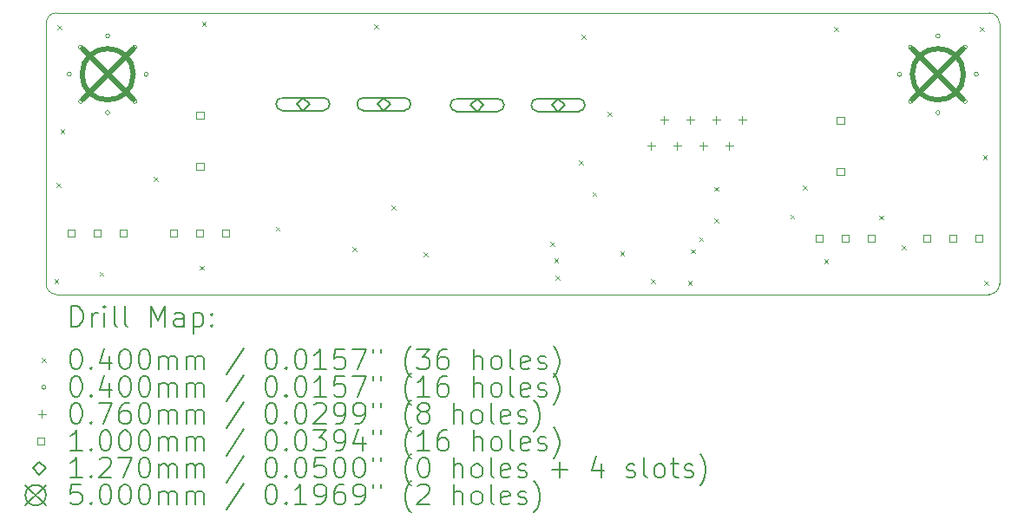
<source format=gbr>
%TF.GenerationSoftware,KiCad,Pcbnew,7.0.2-6a45011f42~172~ubuntu22.04.1*%
%TF.CreationDate,2023-05-14T21:03:15-06:00*%
%TF.ProjectId,pole-node,706f6c65-2d6e-46f6-9465-2e6b69636164,rev?*%
%TF.SameCoordinates,Original*%
%TF.FileFunction,Drillmap*%
%TF.FilePolarity,Positive*%
%FSLAX45Y45*%
G04 Gerber Fmt 4.5, Leading zero omitted, Abs format (unit mm)*
G04 Created by KiCad (PCBNEW 7.0.2-6a45011f42~172~ubuntu22.04.1) date 2023-05-14 21:03:15*
%MOMM*%
%LPD*%
G01*
G04 APERTURE LIST*
%ADD10C,0.050000*%
%ADD11C,0.200000*%
%ADD12C,0.040000*%
%ADD13C,0.076000*%
%ADD14C,0.100000*%
%ADD15C,0.127000*%
%ADD16C,0.500000*%
G04 APERTURE END LIST*
D10*
X3750000Y-7650000D02*
X3750000Y-5100000D01*
X3850000Y-5000000D02*
X12950000Y-5000000D01*
X3850000Y-5000000D02*
G75*
G03*
X3750000Y-5100000I0J-100000D01*
G01*
X13050000Y-7650000D02*
X13050000Y-5100000D01*
X12950000Y-7750000D02*
G75*
G03*
X13050000Y-7650000I0J100000D01*
G01*
X12950000Y-7750000D02*
X3850000Y-7750000D01*
X3750000Y-7650000D02*
G75*
G03*
X3850000Y-7750000I100000J0D01*
G01*
X13050000Y-5100000D02*
G75*
G03*
X12950000Y-5000000I-100000J0D01*
G01*
D11*
D12*
X3830000Y-7600000D02*
X3870000Y-7640000D01*
X3870000Y-7600000D02*
X3830000Y-7640000D01*
X3850000Y-6660000D02*
X3890000Y-6700000D01*
X3890000Y-6660000D02*
X3850000Y-6700000D01*
X3860000Y-5120000D02*
X3900000Y-5160000D01*
X3900000Y-5120000D02*
X3860000Y-5160000D01*
X3890000Y-6140000D02*
X3930000Y-6180000D01*
X3930000Y-6140000D02*
X3890000Y-6180000D01*
X4270000Y-7530000D02*
X4310000Y-7570000D01*
X4310000Y-7530000D02*
X4270000Y-7570000D01*
X4800000Y-6600000D02*
X4840000Y-6640000D01*
X4840000Y-6600000D02*
X4800000Y-6640000D01*
X5250000Y-7470000D02*
X5290000Y-7510000D01*
X5290000Y-7470000D02*
X5250000Y-7510000D01*
X5270000Y-5090000D02*
X5310000Y-5130000D01*
X5310000Y-5090000D02*
X5270000Y-5130000D01*
X5990000Y-7090000D02*
X6030000Y-7130000D01*
X6030000Y-7090000D02*
X5990000Y-7130000D01*
X6740000Y-7290000D02*
X6780000Y-7330000D01*
X6780000Y-7290000D02*
X6740000Y-7330000D01*
X6950000Y-5110000D02*
X6990000Y-5150000D01*
X6990000Y-5110000D02*
X6950000Y-5150000D01*
X7120000Y-6880000D02*
X7160000Y-6920000D01*
X7160000Y-6880000D02*
X7120000Y-6920000D01*
X7430000Y-7340000D02*
X7470000Y-7380000D01*
X7470000Y-7340000D02*
X7430000Y-7380000D01*
X8670000Y-7240000D02*
X8710000Y-7280000D01*
X8710000Y-7240000D02*
X8670000Y-7280000D01*
X8707193Y-7397550D02*
X8747193Y-7437550D01*
X8747193Y-7397550D02*
X8707193Y-7437550D01*
X8720000Y-7570000D02*
X8760000Y-7610000D01*
X8760000Y-7570000D02*
X8720000Y-7610000D01*
X8950000Y-6440000D02*
X8990000Y-6480000D01*
X8990000Y-6440000D02*
X8950000Y-6480000D01*
X8975000Y-5215000D02*
X9015000Y-5255000D01*
X9015000Y-5215000D02*
X8975000Y-5255000D01*
X9080000Y-6750000D02*
X9120000Y-6790000D01*
X9120000Y-6750000D02*
X9080000Y-6790000D01*
X9230000Y-5970000D02*
X9270000Y-6010000D01*
X9270000Y-5970000D02*
X9230000Y-6010000D01*
X9350000Y-7330000D02*
X9390000Y-7370000D01*
X9390000Y-7330000D02*
X9350000Y-7370000D01*
X9650000Y-7600000D02*
X9690000Y-7640000D01*
X9690000Y-7600000D02*
X9650000Y-7640000D01*
X10010000Y-7620000D02*
X10050000Y-7660000D01*
X10050000Y-7620000D02*
X10010000Y-7660000D01*
X10040000Y-7310000D02*
X10080000Y-7350000D01*
X10080000Y-7310000D02*
X10040000Y-7350000D01*
X10120000Y-7190000D02*
X10160000Y-7230000D01*
X10160000Y-7190000D02*
X10120000Y-7230000D01*
X10270000Y-6700000D02*
X10310000Y-6740000D01*
X10310000Y-6700000D02*
X10270000Y-6740000D01*
X10270000Y-7010000D02*
X10310000Y-7050000D01*
X10310000Y-7010000D02*
X10270000Y-7050000D01*
X11010000Y-6970000D02*
X11050000Y-7010000D01*
X11050000Y-6970000D02*
X11010000Y-7010000D01*
X11130000Y-6690000D02*
X11170000Y-6730000D01*
X11170000Y-6690000D02*
X11130000Y-6730000D01*
X11340000Y-7410000D02*
X11380000Y-7450000D01*
X11380000Y-7410000D02*
X11340000Y-7450000D01*
X11440000Y-5140000D02*
X11480000Y-5180000D01*
X11480000Y-5140000D02*
X11440000Y-5180000D01*
X11880000Y-6980000D02*
X11920000Y-7020000D01*
X11920000Y-6980000D02*
X11880000Y-7020000D01*
X12100000Y-7270000D02*
X12140000Y-7310000D01*
X12140000Y-7270000D02*
X12100000Y-7310000D01*
X12860000Y-5140000D02*
X12900000Y-5180000D01*
X12900000Y-5140000D02*
X12860000Y-5180000D01*
X12890000Y-6390000D02*
X12930000Y-6430000D01*
X12930000Y-6390000D02*
X12890000Y-6430000D01*
X12900000Y-7620000D02*
X12940000Y-7660000D01*
X12940000Y-7620000D02*
X12900000Y-7660000D01*
X3995000Y-5600000D02*
G75*
G03*
X3995000Y-5600000I-20000J0D01*
G01*
X4105000Y-5335000D02*
G75*
G03*
X4105000Y-5335000I-20000J0D01*
G01*
X4105000Y-5865000D02*
G75*
G03*
X4105000Y-5865000I-20000J0D01*
G01*
X4370000Y-5225000D02*
G75*
G03*
X4370000Y-5225000I-20000J0D01*
G01*
X4370000Y-5975000D02*
G75*
G03*
X4370000Y-5975000I-20000J0D01*
G01*
X4635000Y-5335000D02*
G75*
G03*
X4635000Y-5335000I-20000J0D01*
G01*
X4635000Y-5865000D02*
G75*
G03*
X4635000Y-5865000I-20000J0D01*
G01*
X4745000Y-5600000D02*
G75*
G03*
X4745000Y-5600000I-20000J0D01*
G01*
X12095000Y-5600000D02*
G75*
G03*
X12095000Y-5600000I-20000J0D01*
G01*
X12205000Y-5335000D02*
G75*
G03*
X12205000Y-5335000I-20000J0D01*
G01*
X12205000Y-5865000D02*
G75*
G03*
X12205000Y-5865000I-20000J0D01*
G01*
X12470000Y-5225000D02*
G75*
G03*
X12470000Y-5225000I-20000J0D01*
G01*
X12470000Y-5975000D02*
G75*
G03*
X12470000Y-5975000I-20000J0D01*
G01*
X12735000Y-5335000D02*
G75*
G03*
X12735000Y-5335000I-20000J0D01*
G01*
X12735000Y-5865000D02*
G75*
G03*
X12735000Y-5865000I-20000J0D01*
G01*
X12845000Y-5600000D02*
G75*
G03*
X12845000Y-5600000I-20000J0D01*
G01*
D13*
X9650000Y-6262000D02*
X9650000Y-6338000D01*
X9612000Y-6300000D02*
X9688000Y-6300000D01*
X9777000Y-6008000D02*
X9777000Y-6084000D01*
X9739000Y-6046000D02*
X9815000Y-6046000D01*
X9904000Y-6262000D02*
X9904000Y-6338000D01*
X9866000Y-6300000D02*
X9942000Y-6300000D01*
X10031000Y-6008000D02*
X10031000Y-6084000D01*
X9993000Y-6046000D02*
X10069000Y-6046000D01*
X10158000Y-6262000D02*
X10158000Y-6338000D01*
X10120000Y-6300000D02*
X10196000Y-6300000D01*
X10285000Y-6008000D02*
X10285000Y-6084000D01*
X10247000Y-6046000D02*
X10323000Y-6046000D01*
X10412000Y-6262000D02*
X10412000Y-6338000D01*
X10374000Y-6300000D02*
X10450000Y-6300000D01*
X10539000Y-6008000D02*
X10539000Y-6084000D01*
X10501000Y-6046000D02*
X10577000Y-6046000D01*
D14*
X4027356Y-7185356D02*
X4027356Y-7114644D01*
X3956644Y-7114644D01*
X3956644Y-7185356D01*
X4027356Y-7185356D01*
X4281356Y-7185356D02*
X4281356Y-7114644D01*
X4210644Y-7114644D01*
X4210644Y-7185356D01*
X4281356Y-7185356D01*
X4535356Y-7185356D02*
X4535356Y-7114644D01*
X4464644Y-7114644D01*
X4464644Y-7185356D01*
X4535356Y-7185356D01*
X5027356Y-7185356D02*
X5027356Y-7114644D01*
X4956644Y-7114644D01*
X4956644Y-7185356D01*
X5027356Y-7185356D01*
X5281356Y-7185356D02*
X5281356Y-7114644D01*
X5210644Y-7114644D01*
X5210644Y-7185356D01*
X5281356Y-7185356D01*
X5285356Y-6035356D02*
X5285356Y-5964644D01*
X5214644Y-5964644D01*
X5214644Y-6035356D01*
X5285356Y-6035356D01*
X5285356Y-6535356D02*
X5285356Y-6464644D01*
X5214644Y-6464644D01*
X5214644Y-6535356D01*
X5285356Y-6535356D01*
X5535356Y-7185356D02*
X5535356Y-7114644D01*
X5464644Y-7114644D01*
X5464644Y-7185356D01*
X5535356Y-7185356D01*
X11327356Y-7235356D02*
X11327356Y-7164644D01*
X11256644Y-7164644D01*
X11256644Y-7235356D01*
X11327356Y-7235356D01*
X11535356Y-6085356D02*
X11535356Y-6014644D01*
X11464644Y-6014644D01*
X11464644Y-6085356D01*
X11535356Y-6085356D01*
X11535356Y-6585356D02*
X11535356Y-6514644D01*
X11464644Y-6514644D01*
X11464644Y-6585356D01*
X11535356Y-6585356D01*
X11581356Y-7235356D02*
X11581356Y-7164644D01*
X11510644Y-7164644D01*
X11510644Y-7235356D01*
X11581356Y-7235356D01*
X11835356Y-7235356D02*
X11835356Y-7164644D01*
X11764644Y-7164644D01*
X11764644Y-7235356D01*
X11835356Y-7235356D01*
X12377356Y-7235356D02*
X12377356Y-7164644D01*
X12306644Y-7164644D01*
X12306644Y-7235356D01*
X12377356Y-7235356D01*
X12631356Y-7235356D02*
X12631356Y-7164644D01*
X12560644Y-7164644D01*
X12560644Y-7235356D01*
X12631356Y-7235356D01*
X12885356Y-7235356D02*
X12885356Y-7164644D01*
X12814644Y-7164644D01*
X12814644Y-7235356D01*
X12885356Y-7235356D01*
D15*
X6255000Y-5954500D02*
X6318500Y-5891000D01*
X6255000Y-5827500D01*
X6191500Y-5891000D01*
X6255000Y-5954500D01*
D11*
X6453000Y-5827500D02*
X6057000Y-5827500D01*
X6057000Y-5827500D02*
G75*
G03*
X6057000Y-5954500I0J-63500D01*
G01*
X6057000Y-5954500D02*
X6453000Y-5954500D01*
X6453000Y-5954500D02*
G75*
G03*
X6453000Y-5827500I0J63500D01*
G01*
D15*
X7045000Y-5954500D02*
X7108500Y-5891000D01*
X7045000Y-5827500D01*
X6981500Y-5891000D01*
X7045000Y-5954500D01*
D11*
X7243000Y-5827500D02*
X6847000Y-5827500D01*
X6847000Y-5827500D02*
G75*
G03*
X6847000Y-5954500I0J-63500D01*
G01*
X6847000Y-5954500D02*
X7243000Y-5954500D01*
X7243000Y-5954500D02*
G75*
G03*
X7243000Y-5827500I0J63500D01*
G01*
D15*
X7955000Y-5963500D02*
X8018500Y-5900000D01*
X7955000Y-5836500D01*
X7891500Y-5900000D01*
X7955000Y-5963500D01*
D11*
X8153000Y-5836500D02*
X7757000Y-5836500D01*
X7757000Y-5836500D02*
G75*
G03*
X7757000Y-5963500I0J-63500D01*
G01*
X7757000Y-5963500D02*
X8153000Y-5963500D01*
X8153000Y-5963500D02*
G75*
G03*
X8153000Y-5836500I0J63500D01*
G01*
D15*
X8745000Y-5963500D02*
X8808500Y-5900000D01*
X8745000Y-5836500D01*
X8681500Y-5900000D01*
X8745000Y-5963500D01*
D11*
X8943000Y-5836500D02*
X8547000Y-5836500D01*
X8547000Y-5836500D02*
G75*
G03*
X8547000Y-5963500I0J-63500D01*
G01*
X8547000Y-5963500D02*
X8943000Y-5963500D01*
X8943000Y-5963500D02*
G75*
G03*
X8943000Y-5836500I0J63500D01*
G01*
D16*
X4100000Y-5350000D02*
X4600000Y-5850000D01*
X4600000Y-5350000D02*
X4100000Y-5850000D01*
X4600000Y-5600000D02*
G75*
G03*
X4600000Y-5600000I-250000J0D01*
G01*
X12200000Y-5350000D02*
X12700000Y-5850000D01*
X12700000Y-5350000D02*
X12200000Y-5850000D01*
X12700000Y-5600000D02*
G75*
G03*
X12700000Y-5600000I-250000J0D01*
G01*
D11*
X3995119Y-8065024D02*
X3995119Y-7865024D01*
X3995119Y-7865024D02*
X4042738Y-7865024D01*
X4042738Y-7865024D02*
X4071309Y-7874548D01*
X4071309Y-7874548D02*
X4090357Y-7893595D01*
X4090357Y-7893595D02*
X4099881Y-7912643D01*
X4099881Y-7912643D02*
X4109405Y-7950738D01*
X4109405Y-7950738D02*
X4109405Y-7979309D01*
X4109405Y-7979309D02*
X4099881Y-8017405D01*
X4099881Y-8017405D02*
X4090357Y-8036452D01*
X4090357Y-8036452D02*
X4071309Y-8055500D01*
X4071309Y-8055500D02*
X4042738Y-8065024D01*
X4042738Y-8065024D02*
X3995119Y-8065024D01*
X4195119Y-8065024D02*
X4195119Y-7931690D01*
X4195119Y-7969786D02*
X4204643Y-7950738D01*
X4204643Y-7950738D02*
X4214167Y-7941214D01*
X4214167Y-7941214D02*
X4233214Y-7931690D01*
X4233214Y-7931690D02*
X4252262Y-7931690D01*
X4318929Y-8065024D02*
X4318929Y-7931690D01*
X4318929Y-7865024D02*
X4309405Y-7874548D01*
X4309405Y-7874548D02*
X4318929Y-7884071D01*
X4318929Y-7884071D02*
X4328452Y-7874548D01*
X4328452Y-7874548D02*
X4318929Y-7865024D01*
X4318929Y-7865024D02*
X4318929Y-7884071D01*
X4442738Y-8065024D02*
X4423690Y-8055500D01*
X4423690Y-8055500D02*
X4414167Y-8036452D01*
X4414167Y-8036452D02*
X4414167Y-7865024D01*
X4547500Y-8065024D02*
X4528452Y-8055500D01*
X4528452Y-8055500D02*
X4518929Y-8036452D01*
X4518929Y-8036452D02*
X4518929Y-7865024D01*
X4776071Y-8065024D02*
X4776071Y-7865024D01*
X4776071Y-7865024D02*
X4842738Y-8007881D01*
X4842738Y-8007881D02*
X4909405Y-7865024D01*
X4909405Y-7865024D02*
X4909405Y-8065024D01*
X5090357Y-8065024D02*
X5090357Y-7960262D01*
X5090357Y-7960262D02*
X5080833Y-7941214D01*
X5080833Y-7941214D02*
X5061786Y-7931690D01*
X5061786Y-7931690D02*
X5023690Y-7931690D01*
X5023690Y-7931690D02*
X5004643Y-7941214D01*
X5090357Y-8055500D02*
X5071310Y-8065024D01*
X5071310Y-8065024D02*
X5023690Y-8065024D01*
X5023690Y-8065024D02*
X5004643Y-8055500D01*
X5004643Y-8055500D02*
X4995119Y-8036452D01*
X4995119Y-8036452D02*
X4995119Y-8017405D01*
X4995119Y-8017405D02*
X5004643Y-7998357D01*
X5004643Y-7998357D02*
X5023690Y-7988833D01*
X5023690Y-7988833D02*
X5071310Y-7988833D01*
X5071310Y-7988833D02*
X5090357Y-7979309D01*
X5185595Y-7931690D02*
X5185595Y-8131690D01*
X5185595Y-7941214D02*
X5204643Y-7931690D01*
X5204643Y-7931690D02*
X5242738Y-7931690D01*
X5242738Y-7931690D02*
X5261786Y-7941214D01*
X5261786Y-7941214D02*
X5271310Y-7950738D01*
X5271310Y-7950738D02*
X5280833Y-7969786D01*
X5280833Y-7969786D02*
X5280833Y-8026928D01*
X5280833Y-8026928D02*
X5271310Y-8045976D01*
X5271310Y-8045976D02*
X5261786Y-8055500D01*
X5261786Y-8055500D02*
X5242738Y-8065024D01*
X5242738Y-8065024D02*
X5204643Y-8065024D01*
X5204643Y-8065024D02*
X5185595Y-8055500D01*
X5366548Y-8045976D02*
X5376071Y-8055500D01*
X5376071Y-8055500D02*
X5366548Y-8065024D01*
X5366548Y-8065024D02*
X5357024Y-8055500D01*
X5357024Y-8055500D02*
X5366548Y-8045976D01*
X5366548Y-8045976D02*
X5366548Y-8065024D01*
X5366548Y-7941214D02*
X5376071Y-7950738D01*
X5376071Y-7950738D02*
X5366548Y-7960262D01*
X5366548Y-7960262D02*
X5357024Y-7950738D01*
X5357024Y-7950738D02*
X5366548Y-7941214D01*
X5366548Y-7941214D02*
X5366548Y-7960262D01*
D12*
X3707500Y-8372500D02*
X3747500Y-8412500D01*
X3747500Y-8372500D02*
X3707500Y-8412500D01*
D11*
X4033214Y-8285024D02*
X4052262Y-8285024D01*
X4052262Y-8285024D02*
X4071309Y-8294548D01*
X4071309Y-8294548D02*
X4080833Y-8304071D01*
X4080833Y-8304071D02*
X4090357Y-8323119D01*
X4090357Y-8323119D02*
X4099881Y-8361214D01*
X4099881Y-8361214D02*
X4099881Y-8408833D01*
X4099881Y-8408833D02*
X4090357Y-8446929D01*
X4090357Y-8446929D02*
X4080833Y-8465976D01*
X4080833Y-8465976D02*
X4071309Y-8475500D01*
X4071309Y-8475500D02*
X4052262Y-8485024D01*
X4052262Y-8485024D02*
X4033214Y-8485024D01*
X4033214Y-8485024D02*
X4014167Y-8475500D01*
X4014167Y-8475500D02*
X4004643Y-8465976D01*
X4004643Y-8465976D02*
X3995119Y-8446929D01*
X3995119Y-8446929D02*
X3985595Y-8408833D01*
X3985595Y-8408833D02*
X3985595Y-8361214D01*
X3985595Y-8361214D02*
X3995119Y-8323119D01*
X3995119Y-8323119D02*
X4004643Y-8304071D01*
X4004643Y-8304071D02*
X4014167Y-8294548D01*
X4014167Y-8294548D02*
X4033214Y-8285024D01*
X4185595Y-8465976D02*
X4195119Y-8475500D01*
X4195119Y-8475500D02*
X4185595Y-8485024D01*
X4185595Y-8485024D02*
X4176071Y-8475500D01*
X4176071Y-8475500D02*
X4185595Y-8465976D01*
X4185595Y-8465976D02*
X4185595Y-8485024D01*
X4366548Y-8351690D02*
X4366548Y-8485024D01*
X4318929Y-8275500D02*
X4271310Y-8418357D01*
X4271310Y-8418357D02*
X4395119Y-8418357D01*
X4509405Y-8285024D02*
X4528452Y-8285024D01*
X4528452Y-8285024D02*
X4547500Y-8294548D01*
X4547500Y-8294548D02*
X4557024Y-8304071D01*
X4557024Y-8304071D02*
X4566548Y-8323119D01*
X4566548Y-8323119D02*
X4576071Y-8361214D01*
X4576071Y-8361214D02*
X4576071Y-8408833D01*
X4576071Y-8408833D02*
X4566548Y-8446929D01*
X4566548Y-8446929D02*
X4557024Y-8465976D01*
X4557024Y-8465976D02*
X4547500Y-8475500D01*
X4547500Y-8475500D02*
X4528452Y-8485024D01*
X4528452Y-8485024D02*
X4509405Y-8485024D01*
X4509405Y-8485024D02*
X4490357Y-8475500D01*
X4490357Y-8475500D02*
X4480833Y-8465976D01*
X4480833Y-8465976D02*
X4471310Y-8446929D01*
X4471310Y-8446929D02*
X4461786Y-8408833D01*
X4461786Y-8408833D02*
X4461786Y-8361214D01*
X4461786Y-8361214D02*
X4471310Y-8323119D01*
X4471310Y-8323119D02*
X4480833Y-8304071D01*
X4480833Y-8304071D02*
X4490357Y-8294548D01*
X4490357Y-8294548D02*
X4509405Y-8285024D01*
X4699881Y-8285024D02*
X4718929Y-8285024D01*
X4718929Y-8285024D02*
X4737976Y-8294548D01*
X4737976Y-8294548D02*
X4747500Y-8304071D01*
X4747500Y-8304071D02*
X4757024Y-8323119D01*
X4757024Y-8323119D02*
X4766548Y-8361214D01*
X4766548Y-8361214D02*
X4766548Y-8408833D01*
X4766548Y-8408833D02*
X4757024Y-8446929D01*
X4757024Y-8446929D02*
X4747500Y-8465976D01*
X4747500Y-8465976D02*
X4737976Y-8475500D01*
X4737976Y-8475500D02*
X4718929Y-8485024D01*
X4718929Y-8485024D02*
X4699881Y-8485024D01*
X4699881Y-8485024D02*
X4680833Y-8475500D01*
X4680833Y-8475500D02*
X4671310Y-8465976D01*
X4671310Y-8465976D02*
X4661786Y-8446929D01*
X4661786Y-8446929D02*
X4652262Y-8408833D01*
X4652262Y-8408833D02*
X4652262Y-8361214D01*
X4652262Y-8361214D02*
X4661786Y-8323119D01*
X4661786Y-8323119D02*
X4671310Y-8304071D01*
X4671310Y-8304071D02*
X4680833Y-8294548D01*
X4680833Y-8294548D02*
X4699881Y-8285024D01*
X4852262Y-8485024D02*
X4852262Y-8351690D01*
X4852262Y-8370738D02*
X4861786Y-8361214D01*
X4861786Y-8361214D02*
X4880833Y-8351690D01*
X4880833Y-8351690D02*
X4909405Y-8351690D01*
X4909405Y-8351690D02*
X4928452Y-8361214D01*
X4928452Y-8361214D02*
X4937976Y-8380262D01*
X4937976Y-8380262D02*
X4937976Y-8485024D01*
X4937976Y-8380262D02*
X4947500Y-8361214D01*
X4947500Y-8361214D02*
X4966548Y-8351690D01*
X4966548Y-8351690D02*
X4995119Y-8351690D01*
X4995119Y-8351690D02*
X5014167Y-8361214D01*
X5014167Y-8361214D02*
X5023691Y-8380262D01*
X5023691Y-8380262D02*
X5023691Y-8485024D01*
X5118929Y-8485024D02*
X5118929Y-8351690D01*
X5118929Y-8370738D02*
X5128452Y-8361214D01*
X5128452Y-8361214D02*
X5147500Y-8351690D01*
X5147500Y-8351690D02*
X5176072Y-8351690D01*
X5176072Y-8351690D02*
X5195119Y-8361214D01*
X5195119Y-8361214D02*
X5204643Y-8380262D01*
X5204643Y-8380262D02*
X5204643Y-8485024D01*
X5204643Y-8380262D02*
X5214167Y-8361214D01*
X5214167Y-8361214D02*
X5233214Y-8351690D01*
X5233214Y-8351690D02*
X5261786Y-8351690D01*
X5261786Y-8351690D02*
X5280833Y-8361214D01*
X5280833Y-8361214D02*
X5290357Y-8380262D01*
X5290357Y-8380262D02*
X5290357Y-8485024D01*
X5680833Y-8275500D02*
X5509405Y-8532643D01*
X5937976Y-8285024D02*
X5957024Y-8285024D01*
X5957024Y-8285024D02*
X5976072Y-8294548D01*
X5976072Y-8294548D02*
X5985595Y-8304071D01*
X5985595Y-8304071D02*
X5995119Y-8323119D01*
X5995119Y-8323119D02*
X6004643Y-8361214D01*
X6004643Y-8361214D02*
X6004643Y-8408833D01*
X6004643Y-8408833D02*
X5995119Y-8446929D01*
X5995119Y-8446929D02*
X5985595Y-8465976D01*
X5985595Y-8465976D02*
X5976072Y-8475500D01*
X5976072Y-8475500D02*
X5957024Y-8485024D01*
X5957024Y-8485024D02*
X5937976Y-8485024D01*
X5937976Y-8485024D02*
X5918929Y-8475500D01*
X5918929Y-8475500D02*
X5909405Y-8465976D01*
X5909405Y-8465976D02*
X5899881Y-8446929D01*
X5899881Y-8446929D02*
X5890357Y-8408833D01*
X5890357Y-8408833D02*
X5890357Y-8361214D01*
X5890357Y-8361214D02*
X5899881Y-8323119D01*
X5899881Y-8323119D02*
X5909405Y-8304071D01*
X5909405Y-8304071D02*
X5918929Y-8294548D01*
X5918929Y-8294548D02*
X5937976Y-8285024D01*
X6090357Y-8465976D02*
X6099881Y-8475500D01*
X6099881Y-8475500D02*
X6090357Y-8485024D01*
X6090357Y-8485024D02*
X6080833Y-8475500D01*
X6080833Y-8475500D02*
X6090357Y-8465976D01*
X6090357Y-8465976D02*
X6090357Y-8485024D01*
X6223691Y-8285024D02*
X6242738Y-8285024D01*
X6242738Y-8285024D02*
X6261786Y-8294548D01*
X6261786Y-8294548D02*
X6271310Y-8304071D01*
X6271310Y-8304071D02*
X6280833Y-8323119D01*
X6280833Y-8323119D02*
X6290357Y-8361214D01*
X6290357Y-8361214D02*
X6290357Y-8408833D01*
X6290357Y-8408833D02*
X6280833Y-8446929D01*
X6280833Y-8446929D02*
X6271310Y-8465976D01*
X6271310Y-8465976D02*
X6261786Y-8475500D01*
X6261786Y-8475500D02*
X6242738Y-8485024D01*
X6242738Y-8485024D02*
X6223691Y-8485024D01*
X6223691Y-8485024D02*
X6204643Y-8475500D01*
X6204643Y-8475500D02*
X6195119Y-8465976D01*
X6195119Y-8465976D02*
X6185595Y-8446929D01*
X6185595Y-8446929D02*
X6176072Y-8408833D01*
X6176072Y-8408833D02*
X6176072Y-8361214D01*
X6176072Y-8361214D02*
X6185595Y-8323119D01*
X6185595Y-8323119D02*
X6195119Y-8304071D01*
X6195119Y-8304071D02*
X6204643Y-8294548D01*
X6204643Y-8294548D02*
X6223691Y-8285024D01*
X6480833Y-8485024D02*
X6366548Y-8485024D01*
X6423691Y-8485024D02*
X6423691Y-8285024D01*
X6423691Y-8285024D02*
X6404643Y-8313595D01*
X6404643Y-8313595D02*
X6385595Y-8332643D01*
X6385595Y-8332643D02*
X6366548Y-8342167D01*
X6661786Y-8285024D02*
X6566548Y-8285024D01*
X6566548Y-8285024D02*
X6557024Y-8380262D01*
X6557024Y-8380262D02*
X6566548Y-8370738D01*
X6566548Y-8370738D02*
X6585595Y-8361214D01*
X6585595Y-8361214D02*
X6633214Y-8361214D01*
X6633214Y-8361214D02*
X6652262Y-8370738D01*
X6652262Y-8370738D02*
X6661786Y-8380262D01*
X6661786Y-8380262D02*
X6671310Y-8399310D01*
X6671310Y-8399310D02*
X6671310Y-8446929D01*
X6671310Y-8446929D02*
X6661786Y-8465976D01*
X6661786Y-8465976D02*
X6652262Y-8475500D01*
X6652262Y-8475500D02*
X6633214Y-8485024D01*
X6633214Y-8485024D02*
X6585595Y-8485024D01*
X6585595Y-8485024D02*
X6566548Y-8475500D01*
X6566548Y-8475500D02*
X6557024Y-8465976D01*
X6737976Y-8285024D02*
X6871310Y-8285024D01*
X6871310Y-8285024D02*
X6785595Y-8485024D01*
X6937976Y-8285024D02*
X6937976Y-8323119D01*
X7014167Y-8285024D02*
X7014167Y-8323119D01*
X7309405Y-8561214D02*
X7299881Y-8551690D01*
X7299881Y-8551690D02*
X7280834Y-8523119D01*
X7280834Y-8523119D02*
X7271310Y-8504071D01*
X7271310Y-8504071D02*
X7261786Y-8475500D01*
X7261786Y-8475500D02*
X7252262Y-8427881D01*
X7252262Y-8427881D02*
X7252262Y-8389786D01*
X7252262Y-8389786D02*
X7261786Y-8342167D01*
X7261786Y-8342167D02*
X7271310Y-8313595D01*
X7271310Y-8313595D02*
X7280834Y-8294548D01*
X7280834Y-8294548D02*
X7299881Y-8265976D01*
X7299881Y-8265976D02*
X7309405Y-8256452D01*
X7366548Y-8285024D02*
X7490357Y-8285024D01*
X7490357Y-8285024D02*
X7423691Y-8361214D01*
X7423691Y-8361214D02*
X7452262Y-8361214D01*
X7452262Y-8361214D02*
X7471310Y-8370738D01*
X7471310Y-8370738D02*
X7480834Y-8380262D01*
X7480834Y-8380262D02*
X7490357Y-8399310D01*
X7490357Y-8399310D02*
X7490357Y-8446929D01*
X7490357Y-8446929D02*
X7480834Y-8465976D01*
X7480834Y-8465976D02*
X7471310Y-8475500D01*
X7471310Y-8475500D02*
X7452262Y-8485024D01*
X7452262Y-8485024D02*
X7395119Y-8485024D01*
X7395119Y-8485024D02*
X7376072Y-8475500D01*
X7376072Y-8475500D02*
X7366548Y-8465976D01*
X7661786Y-8285024D02*
X7623691Y-8285024D01*
X7623691Y-8285024D02*
X7604643Y-8294548D01*
X7604643Y-8294548D02*
X7595119Y-8304071D01*
X7595119Y-8304071D02*
X7576072Y-8332643D01*
X7576072Y-8332643D02*
X7566548Y-8370738D01*
X7566548Y-8370738D02*
X7566548Y-8446929D01*
X7566548Y-8446929D02*
X7576072Y-8465976D01*
X7576072Y-8465976D02*
X7585595Y-8475500D01*
X7585595Y-8475500D02*
X7604643Y-8485024D01*
X7604643Y-8485024D02*
X7642738Y-8485024D01*
X7642738Y-8485024D02*
X7661786Y-8475500D01*
X7661786Y-8475500D02*
X7671310Y-8465976D01*
X7671310Y-8465976D02*
X7680834Y-8446929D01*
X7680834Y-8446929D02*
X7680834Y-8399310D01*
X7680834Y-8399310D02*
X7671310Y-8380262D01*
X7671310Y-8380262D02*
X7661786Y-8370738D01*
X7661786Y-8370738D02*
X7642738Y-8361214D01*
X7642738Y-8361214D02*
X7604643Y-8361214D01*
X7604643Y-8361214D02*
X7585595Y-8370738D01*
X7585595Y-8370738D02*
X7576072Y-8380262D01*
X7576072Y-8380262D02*
X7566548Y-8399310D01*
X7918929Y-8485024D02*
X7918929Y-8285024D01*
X8004643Y-8485024D02*
X8004643Y-8380262D01*
X8004643Y-8380262D02*
X7995119Y-8361214D01*
X7995119Y-8361214D02*
X7976072Y-8351690D01*
X7976072Y-8351690D02*
X7947500Y-8351690D01*
X7947500Y-8351690D02*
X7928453Y-8361214D01*
X7928453Y-8361214D02*
X7918929Y-8370738D01*
X8128453Y-8485024D02*
X8109405Y-8475500D01*
X8109405Y-8475500D02*
X8099881Y-8465976D01*
X8099881Y-8465976D02*
X8090357Y-8446929D01*
X8090357Y-8446929D02*
X8090357Y-8389786D01*
X8090357Y-8389786D02*
X8099881Y-8370738D01*
X8099881Y-8370738D02*
X8109405Y-8361214D01*
X8109405Y-8361214D02*
X8128453Y-8351690D01*
X8128453Y-8351690D02*
X8157024Y-8351690D01*
X8157024Y-8351690D02*
X8176072Y-8361214D01*
X8176072Y-8361214D02*
X8185596Y-8370738D01*
X8185596Y-8370738D02*
X8195119Y-8389786D01*
X8195119Y-8389786D02*
X8195119Y-8446929D01*
X8195119Y-8446929D02*
X8185596Y-8465976D01*
X8185596Y-8465976D02*
X8176072Y-8475500D01*
X8176072Y-8475500D02*
X8157024Y-8485024D01*
X8157024Y-8485024D02*
X8128453Y-8485024D01*
X8309405Y-8485024D02*
X8290357Y-8475500D01*
X8290357Y-8475500D02*
X8280834Y-8456452D01*
X8280834Y-8456452D02*
X8280834Y-8285024D01*
X8461786Y-8475500D02*
X8442739Y-8485024D01*
X8442739Y-8485024D02*
X8404643Y-8485024D01*
X8404643Y-8485024D02*
X8385596Y-8475500D01*
X8385596Y-8475500D02*
X8376072Y-8456452D01*
X8376072Y-8456452D02*
X8376072Y-8380262D01*
X8376072Y-8380262D02*
X8385596Y-8361214D01*
X8385596Y-8361214D02*
X8404643Y-8351690D01*
X8404643Y-8351690D02*
X8442739Y-8351690D01*
X8442739Y-8351690D02*
X8461786Y-8361214D01*
X8461786Y-8361214D02*
X8471310Y-8380262D01*
X8471310Y-8380262D02*
X8471310Y-8399310D01*
X8471310Y-8399310D02*
X8376072Y-8418357D01*
X8547500Y-8475500D02*
X8566548Y-8485024D01*
X8566548Y-8485024D02*
X8604643Y-8485024D01*
X8604643Y-8485024D02*
X8623691Y-8475500D01*
X8623691Y-8475500D02*
X8633215Y-8456452D01*
X8633215Y-8456452D02*
X8633215Y-8446929D01*
X8633215Y-8446929D02*
X8623691Y-8427881D01*
X8623691Y-8427881D02*
X8604643Y-8418357D01*
X8604643Y-8418357D02*
X8576072Y-8418357D01*
X8576072Y-8418357D02*
X8557024Y-8408833D01*
X8557024Y-8408833D02*
X8547500Y-8389786D01*
X8547500Y-8389786D02*
X8547500Y-8380262D01*
X8547500Y-8380262D02*
X8557024Y-8361214D01*
X8557024Y-8361214D02*
X8576072Y-8351690D01*
X8576072Y-8351690D02*
X8604643Y-8351690D01*
X8604643Y-8351690D02*
X8623691Y-8361214D01*
X8699881Y-8561214D02*
X8709405Y-8551690D01*
X8709405Y-8551690D02*
X8728453Y-8523119D01*
X8728453Y-8523119D02*
X8737977Y-8504071D01*
X8737977Y-8504071D02*
X8747500Y-8475500D01*
X8747500Y-8475500D02*
X8757024Y-8427881D01*
X8757024Y-8427881D02*
X8757024Y-8389786D01*
X8757024Y-8389786D02*
X8747500Y-8342167D01*
X8747500Y-8342167D02*
X8737977Y-8313595D01*
X8737977Y-8313595D02*
X8728453Y-8294548D01*
X8728453Y-8294548D02*
X8709405Y-8265976D01*
X8709405Y-8265976D02*
X8699881Y-8256452D01*
D12*
X3747500Y-8656500D02*
G75*
G03*
X3747500Y-8656500I-20000J0D01*
G01*
D11*
X4033214Y-8549024D02*
X4052262Y-8549024D01*
X4052262Y-8549024D02*
X4071309Y-8558548D01*
X4071309Y-8558548D02*
X4080833Y-8568071D01*
X4080833Y-8568071D02*
X4090357Y-8587119D01*
X4090357Y-8587119D02*
X4099881Y-8625214D01*
X4099881Y-8625214D02*
X4099881Y-8672833D01*
X4099881Y-8672833D02*
X4090357Y-8710929D01*
X4090357Y-8710929D02*
X4080833Y-8729976D01*
X4080833Y-8729976D02*
X4071309Y-8739500D01*
X4071309Y-8739500D02*
X4052262Y-8749024D01*
X4052262Y-8749024D02*
X4033214Y-8749024D01*
X4033214Y-8749024D02*
X4014167Y-8739500D01*
X4014167Y-8739500D02*
X4004643Y-8729976D01*
X4004643Y-8729976D02*
X3995119Y-8710929D01*
X3995119Y-8710929D02*
X3985595Y-8672833D01*
X3985595Y-8672833D02*
X3985595Y-8625214D01*
X3985595Y-8625214D02*
X3995119Y-8587119D01*
X3995119Y-8587119D02*
X4004643Y-8568071D01*
X4004643Y-8568071D02*
X4014167Y-8558548D01*
X4014167Y-8558548D02*
X4033214Y-8549024D01*
X4185595Y-8729976D02*
X4195119Y-8739500D01*
X4195119Y-8739500D02*
X4185595Y-8749024D01*
X4185595Y-8749024D02*
X4176071Y-8739500D01*
X4176071Y-8739500D02*
X4185595Y-8729976D01*
X4185595Y-8729976D02*
X4185595Y-8749024D01*
X4366548Y-8615690D02*
X4366548Y-8749024D01*
X4318929Y-8539500D02*
X4271310Y-8682357D01*
X4271310Y-8682357D02*
X4395119Y-8682357D01*
X4509405Y-8549024D02*
X4528452Y-8549024D01*
X4528452Y-8549024D02*
X4547500Y-8558548D01*
X4547500Y-8558548D02*
X4557024Y-8568071D01*
X4557024Y-8568071D02*
X4566548Y-8587119D01*
X4566548Y-8587119D02*
X4576071Y-8625214D01*
X4576071Y-8625214D02*
X4576071Y-8672833D01*
X4576071Y-8672833D02*
X4566548Y-8710929D01*
X4566548Y-8710929D02*
X4557024Y-8729976D01*
X4557024Y-8729976D02*
X4547500Y-8739500D01*
X4547500Y-8739500D02*
X4528452Y-8749024D01*
X4528452Y-8749024D02*
X4509405Y-8749024D01*
X4509405Y-8749024D02*
X4490357Y-8739500D01*
X4490357Y-8739500D02*
X4480833Y-8729976D01*
X4480833Y-8729976D02*
X4471310Y-8710929D01*
X4471310Y-8710929D02*
X4461786Y-8672833D01*
X4461786Y-8672833D02*
X4461786Y-8625214D01*
X4461786Y-8625214D02*
X4471310Y-8587119D01*
X4471310Y-8587119D02*
X4480833Y-8568071D01*
X4480833Y-8568071D02*
X4490357Y-8558548D01*
X4490357Y-8558548D02*
X4509405Y-8549024D01*
X4699881Y-8549024D02*
X4718929Y-8549024D01*
X4718929Y-8549024D02*
X4737976Y-8558548D01*
X4737976Y-8558548D02*
X4747500Y-8568071D01*
X4747500Y-8568071D02*
X4757024Y-8587119D01*
X4757024Y-8587119D02*
X4766548Y-8625214D01*
X4766548Y-8625214D02*
X4766548Y-8672833D01*
X4766548Y-8672833D02*
X4757024Y-8710929D01*
X4757024Y-8710929D02*
X4747500Y-8729976D01*
X4747500Y-8729976D02*
X4737976Y-8739500D01*
X4737976Y-8739500D02*
X4718929Y-8749024D01*
X4718929Y-8749024D02*
X4699881Y-8749024D01*
X4699881Y-8749024D02*
X4680833Y-8739500D01*
X4680833Y-8739500D02*
X4671310Y-8729976D01*
X4671310Y-8729976D02*
X4661786Y-8710929D01*
X4661786Y-8710929D02*
X4652262Y-8672833D01*
X4652262Y-8672833D02*
X4652262Y-8625214D01*
X4652262Y-8625214D02*
X4661786Y-8587119D01*
X4661786Y-8587119D02*
X4671310Y-8568071D01*
X4671310Y-8568071D02*
X4680833Y-8558548D01*
X4680833Y-8558548D02*
X4699881Y-8549024D01*
X4852262Y-8749024D02*
X4852262Y-8615690D01*
X4852262Y-8634738D02*
X4861786Y-8625214D01*
X4861786Y-8625214D02*
X4880833Y-8615690D01*
X4880833Y-8615690D02*
X4909405Y-8615690D01*
X4909405Y-8615690D02*
X4928452Y-8625214D01*
X4928452Y-8625214D02*
X4937976Y-8644262D01*
X4937976Y-8644262D02*
X4937976Y-8749024D01*
X4937976Y-8644262D02*
X4947500Y-8625214D01*
X4947500Y-8625214D02*
X4966548Y-8615690D01*
X4966548Y-8615690D02*
X4995119Y-8615690D01*
X4995119Y-8615690D02*
X5014167Y-8625214D01*
X5014167Y-8625214D02*
X5023691Y-8644262D01*
X5023691Y-8644262D02*
X5023691Y-8749024D01*
X5118929Y-8749024D02*
X5118929Y-8615690D01*
X5118929Y-8634738D02*
X5128452Y-8625214D01*
X5128452Y-8625214D02*
X5147500Y-8615690D01*
X5147500Y-8615690D02*
X5176072Y-8615690D01*
X5176072Y-8615690D02*
X5195119Y-8625214D01*
X5195119Y-8625214D02*
X5204643Y-8644262D01*
X5204643Y-8644262D02*
X5204643Y-8749024D01*
X5204643Y-8644262D02*
X5214167Y-8625214D01*
X5214167Y-8625214D02*
X5233214Y-8615690D01*
X5233214Y-8615690D02*
X5261786Y-8615690D01*
X5261786Y-8615690D02*
X5280833Y-8625214D01*
X5280833Y-8625214D02*
X5290357Y-8644262D01*
X5290357Y-8644262D02*
X5290357Y-8749024D01*
X5680833Y-8539500D02*
X5509405Y-8796643D01*
X5937976Y-8549024D02*
X5957024Y-8549024D01*
X5957024Y-8549024D02*
X5976072Y-8558548D01*
X5976072Y-8558548D02*
X5985595Y-8568071D01*
X5985595Y-8568071D02*
X5995119Y-8587119D01*
X5995119Y-8587119D02*
X6004643Y-8625214D01*
X6004643Y-8625214D02*
X6004643Y-8672833D01*
X6004643Y-8672833D02*
X5995119Y-8710929D01*
X5995119Y-8710929D02*
X5985595Y-8729976D01*
X5985595Y-8729976D02*
X5976072Y-8739500D01*
X5976072Y-8739500D02*
X5957024Y-8749024D01*
X5957024Y-8749024D02*
X5937976Y-8749024D01*
X5937976Y-8749024D02*
X5918929Y-8739500D01*
X5918929Y-8739500D02*
X5909405Y-8729976D01*
X5909405Y-8729976D02*
X5899881Y-8710929D01*
X5899881Y-8710929D02*
X5890357Y-8672833D01*
X5890357Y-8672833D02*
X5890357Y-8625214D01*
X5890357Y-8625214D02*
X5899881Y-8587119D01*
X5899881Y-8587119D02*
X5909405Y-8568071D01*
X5909405Y-8568071D02*
X5918929Y-8558548D01*
X5918929Y-8558548D02*
X5937976Y-8549024D01*
X6090357Y-8729976D02*
X6099881Y-8739500D01*
X6099881Y-8739500D02*
X6090357Y-8749024D01*
X6090357Y-8749024D02*
X6080833Y-8739500D01*
X6080833Y-8739500D02*
X6090357Y-8729976D01*
X6090357Y-8729976D02*
X6090357Y-8749024D01*
X6223691Y-8549024D02*
X6242738Y-8549024D01*
X6242738Y-8549024D02*
X6261786Y-8558548D01*
X6261786Y-8558548D02*
X6271310Y-8568071D01*
X6271310Y-8568071D02*
X6280833Y-8587119D01*
X6280833Y-8587119D02*
X6290357Y-8625214D01*
X6290357Y-8625214D02*
X6290357Y-8672833D01*
X6290357Y-8672833D02*
X6280833Y-8710929D01*
X6280833Y-8710929D02*
X6271310Y-8729976D01*
X6271310Y-8729976D02*
X6261786Y-8739500D01*
X6261786Y-8739500D02*
X6242738Y-8749024D01*
X6242738Y-8749024D02*
X6223691Y-8749024D01*
X6223691Y-8749024D02*
X6204643Y-8739500D01*
X6204643Y-8739500D02*
X6195119Y-8729976D01*
X6195119Y-8729976D02*
X6185595Y-8710929D01*
X6185595Y-8710929D02*
X6176072Y-8672833D01*
X6176072Y-8672833D02*
X6176072Y-8625214D01*
X6176072Y-8625214D02*
X6185595Y-8587119D01*
X6185595Y-8587119D02*
X6195119Y-8568071D01*
X6195119Y-8568071D02*
X6204643Y-8558548D01*
X6204643Y-8558548D02*
X6223691Y-8549024D01*
X6480833Y-8749024D02*
X6366548Y-8749024D01*
X6423691Y-8749024D02*
X6423691Y-8549024D01*
X6423691Y-8549024D02*
X6404643Y-8577595D01*
X6404643Y-8577595D02*
X6385595Y-8596643D01*
X6385595Y-8596643D02*
X6366548Y-8606167D01*
X6661786Y-8549024D02*
X6566548Y-8549024D01*
X6566548Y-8549024D02*
X6557024Y-8644262D01*
X6557024Y-8644262D02*
X6566548Y-8634738D01*
X6566548Y-8634738D02*
X6585595Y-8625214D01*
X6585595Y-8625214D02*
X6633214Y-8625214D01*
X6633214Y-8625214D02*
X6652262Y-8634738D01*
X6652262Y-8634738D02*
X6661786Y-8644262D01*
X6661786Y-8644262D02*
X6671310Y-8663310D01*
X6671310Y-8663310D02*
X6671310Y-8710929D01*
X6671310Y-8710929D02*
X6661786Y-8729976D01*
X6661786Y-8729976D02*
X6652262Y-8739500D01*
X6652262Y-8739500D02*
X6633214Y-8749024D01*
X6633214Y-8749024D02*
X6585595Y-8749024D01*
X6585595Y-8749024D02*
X6566548Y-8739500D01*
X6566548Y-8739500D02*
X6557024Y-8729976D01*
X6737976Y-8549024D02*
X6871310Y-8549024D01*
X6871310Y-8549024D02*
X6785595Y-8749024D01*
X6937976Y-8549024D02*
X6937976Y-8587119D01*
X7014167Y-8549024D02*
X7014167Y-8587119D01*
X7309405Y-8825214D02*
X7299881Y-8815690D01*
X7299881Y-8815690D02*
X7280834Y-8787119D01*
X7280834Y-8787119D02*
X7271310Y-8768071D01*
X7271310Y-8768071D02*
X7261786Y-8739500D01*
X7261786Y-8739500D02*
X7252262Y-8691881D01*
X7252262Y-8691881D02*
X7252262Y-8653786D01*
X7252262Y-8653786D02*
X7261786Y-8606167D01*
X7261786Y-8606167D02*
X7271310Y-8577595D01*
X7271310Y-8577595D02*
X7280834Y-8558548D01*
X7280834Y-8558548D02*
X7299881Y-8529976D01*
X7299881Y-8529976D02*
X7309405Y-8520452D01*
X7490357Y-8749024D02*
X7376072Y-8749024D01*
X7433214Y-8749024D02*
X7433214Y-8549024D01*
X7433214Y-8549024D02*
X7414167Y-8577595D01*
X7414167Y-8577595D02*
X7395119Y-8596643D01*
X7395119Y-8596643D02*
X7376072Y-8606167D01*
X7661786Y-8549024D02*
X7623691Y-8549024D01*
X7623691Y-8549024D02*
X7604643Y-8558548D01*
X7604643Y-8558548D02*
X7595119Y-8568071D01*
X7595119Y-8568071D02*
X7576072Y-8596643D01*
X7576072Y-8596643D02*
X7566548Y-8634738D01*
X7566548Y-8634738D02*
X7566548Y-8710929D01*
X7566548Y-8710929D02*
X7576072Y-8729976D01*
X7576072Y-8729976D02*
X7585595Y-8739500D01*
X7585595Y-8739500D02*
X7604643Y-8749024D01*
X7604643Y-8749024D02*
X7642738Y-8749024D01*
X7642738Y-8749024D02*
X7661786Y-8739500D01*
X7661786Y-8739500D02*
X7671310Y-8729976D01*
X7671310Y-8729976D02*
X7680834Y-8710929D01*
X7680834Y-8710929D02*
X7680834Y-8663310D01*
X7680834Y-8663310D02*
X7671310Y-8644262D01*
X7671310Y-8644262D02*
X7661786Y-8634738D01*
X7661786Y-8634738D02*
X7642738Y-8625214D01*
X7642738Y-8625214D02*
X7604643Y-8625214D01*
X7604643Y-8625214D02*
X7585595Y-8634738D01*
X7585595Y-8634738D02*
X7576072Y-8644262D01*
X7576072Y-8644262D02*
X7566548Y-8663310D01*
X7918929Y-8749024D02*
X7918929Y-8549024D01*
X8004643Y-8749024D02*
X8004643Y-8644262D01*
X8004643Y-8644262D02*
X7995119Y-8625214D01*
X7995119Y-8625214D02*
X7976072Y-8615690D01*
X7976072Y-8615690D02*
X7947500Y-8615690D01*
X7947500Y-8615690D02*
X7928453Y-8625214D01*
X7928453Y-8625214D02*
X7918929Y-8634738D01*
X8128453Y-8749024D02*
X8109405Y-8739500D01*
X8109405Y-8739500D02*
X8099881Y-8729976D01*
X8099881Y-8729976D02*
X8090357Y-8710929D01*
X8090357Y-8710929D02*
X8090357Y-8653786D01*
X8090357Y-8653786D02*
X8099881Y-8634738D01*
X8099881Y-8634738D02*
X8109405Y-8625214D01*
X8109405Y-8625214D02*
X8128453Y-8615690D01*
X8128453Y-8615690D02*
X8157024Y-8615690D01*
X8157024Y-8615690D02*
X8176072Y-8625214D01*
X8176072Y-8625214D02*
X8185596Y-8634738D01*
X8185596Y-8634738D02*
X8195119Y-8653786D01*
X8195119Y-8653786D02*
X8195119Y-8710929D01*
X8195119Y-8710929D02*
X8185596Y-8729976D01*
X8185596Y-8729976D02*
X8176072Y-8739500D01*
X8176072Y-8739500D02*
X8157024Y-8749024D01*
X8157024Y-8749024D02*
X8128453Y-8749024D01*
X8309405Y-8749024D02*
X8290357Y-8739500D01*
X8290357Y-8739500D02*
X8280834Y-8720452D01*
X8280834Y-8720452D02*
X8280834Y-8549024D01*
X8461786Y-8739500D02*
X8442739Y-8749024D01*
X8442739Y-8749024D02*
X8404643Y-8749024D01*
X8404643Y-8749024D02*
X8385596Y-8739500D01*
X8385596Y-8739500D02*
X8376072Y-8720452D01*
X8376072Y-8720452D02*
X8376072Y-8644262D01*
X8376072Y-8644262D02*
X8385596Y-8625214D01*
X8385596Y-8625214D02*
X8404643Y-8615690D01*
X8404643Y-8615690D02*
X8442739Y-8615690D01*
X8442739Y-8615690D02*
X8461786Y-8625214D01*
X8461786Y-8625214D02*
X8471310Y-8644262D01*
X8471310Y-8644262D02*
X8471310Y-8663310D01*
X8471310Y-8663310D02*
X8376072Y-8682357D01*
X8547500Y-8739500D02*
X8566548Y-8749024D01*
X8566548Y-8749024D02*
X8604643Y-8749024D01*
X8604643Y-8749024D02*
X8623691Y-8739500D01*
X8623691Y-8739500D02*
X8633215Y-8720452D01*
X8633215Y-8720452D02*
X8633215Y-8710929D01*
X8633215Y-8710929D02*
X8623691Y-8691881D01*
X8623691Y-8691881D02*
X8604643Y-8682357D01*
X8604643Y-8682357D02*
X8576072Y-8682357D01*
X8576072Y-8682357D02*
X8557024Y-8672833D01*
X8557024Y-8672833D02*
X8547500Y-8653786D01*
X8547500Y-8653786D02*
X8547500Y-8644262D01*
X8547500Y-8644262D02*
X8557024Y-8625214D01*
X8557024Y-8625214D02*
X8576072Y-8615690D01*
X8576072Y-8615690D02*
X8604643Y-8615690D01*
X8604643Y-8615690D02*
X8623691Y-8625214D01*
X8699881Y-8825214D02*
X8709405Y-8815690D01*
X8709405Y-8815690D02*
X8728453Y-8787119D01*
X8728453Y-8787119D02*
X8737977Y-8768071D01*
X8737977Y-8768071D02*
X8747500Y-8739500D01*
X8747500Y-8739500D02*
X8757024Y-8691881D01*
X8757024Y-8691881D02*
X8757024Y-8653786D01*
X8757024Y-8653786D02*
X8747500Y-8606167D01*
X8747500Y-8606167D02*
X8737977Y-8577595D01*
X8737977Y-8577595D02*
X8728453Y-8558548D01*
X8728453Y-8558548D02*
X8709405Y-8529976D01*
X8709405Y-8529976D02*
X8699881Y-8520452D01*
D13*
X3709500Y-8882500D02*
X3709500Y-8958500D01*
X3671500Y-8920500D02*
X3747500Y-8920500D01*
D11*
X4033214Y-8813024D02*
X4052262Y-8813024D01*
X4052262Y-8813024D02*
X4071309Y-8822548D01*
X4071309Y-8822548D02*
X4080833Y-8832071D01*
X4080833Y-8832071D02*
X4090357Y-8851119D01*
X4090357Y-8851119D02*
X4099881Y-8889214D01*
X4099881Y-8889214D02*
X4099881Y-8936833D01*
X4099881Y-8936833D02*
X4090357Y-8974929D01*
X4090357Y-8974929D02*
X4080833Y-8993976D01*
X4080833Y-8993976D02*
X4071309Y-9003500D01*
X4071309Y-9003500D02*
X4052262Y-9013024D01*
X4052262Y-9013024D02*
X4033214Y-9013024D01*
X4033214Y-9013024D02*
X4014167Y-9003500D01*
X4014167Y-9003500D02*
X4004643Y-8993976D01*
X4004643Y-8993976D02*
X3995119Y-8974929D01*
X3995119Y-8974929D02*
X3985595Y-8936833D01*
X3985595Y-8936833D02*
X3985595Y-8889214D01*
X3985595Y-8889214D02*
X3995119Y-8851119D01*
X3995119Y-8851119D02*
X4004643Y-8832071D01*
X4004643Y-8832071D02*
X4014167Y-8822548D01*
X4014167Y-8822548D02*
X4033214Y-8813024D01*
X4185595Y-8993976D02*
X4195119Y-9003500D01*
X4195119Y-9003500D02*
X4185595Y-9013024D01*
X4185595Y-9013024D02*
X4176071Y-9003500D01*
X4176071Y-9003500D02*
X4185595Y-8993976D01*
X4185595Y-8993976D02*
X4185595Y-9013024D01*
X4261786Y-8813024D02*
X4395119Y-8813024D01*
X4395119Y-8813024D02*
X4309405Y-9013024D01*
X4557024Y-8813024D02*
X4518929Y-8813024D01*
X4518929Y-8813024D02*
X4499881Y-8822548D01*
X4499881Y-8822548D02*
X4490357Y-8832071D01*
X4490357Y-8832071D02*
X4471310Y-8860643D01*
X4471310Y-8860643D02*
X4461786Y-8898738D01*
X4461786Y-8898738D02*
X4461786Y-8974929D01*
X4461786Y-8974929D02*
X4471310Y-8993976D01*
X4471310Y-8993976D02*
X4480833Y-9003500D01*
X4480833Y-9003500D02*
X4499881Y-9013024D01*
X4499881Y-9013024D02*
X4537976Y-9013024D01*
X4537976Y-9013024D02*
X4557024Y-9003500D01*
X4557024Y-9003500D02*
X4566548Y-8993976D01*
X4566548Y-8993976D02*
X4576071Y-8974929D01*
X4576071Y-8974929D02*
X4576071Y-8927310D01*
X4576071Y-8927310D02*
X4566548Y-8908262D01*
X4566548Y-8908262D02*
X4557024Y-8898738D01*
X4557024Y-8898738D02*
X4537976Y-8889214D01*
X4537976Y-8889214D02*
X4499881Y-8889214D01*
X4499881Y-8889214D02*
X4480833Y-8898738D01*
X4480833Y-8898738D02*
X4471310Y-8908262D01*
X4471310Y-8908262D02*
X4461786Y-8927310D01*
X4699881Y-8813024D02*
X4718929Y-8813024D01*
X4718929Y-8813024D02*
X4737976Y-8822548D01*
X4737976Y-8822548D02*
X4747500Y-8832071D01*
X4747500Y-8832071D02*
X4757024Y-8851119D01*
X4757024Y-8851119D02*
X4766548Y-8889214D01*
X4766548Y-8889214D02*
X4766548Y-8936833D01*
X4766548Y-8936833D02*
X4757024Y-8974929D01*
X4757024Y-8974929D02*
X4747500Y-8993976D01*
X4747500Y-8993976D02*
X4737976Y-9003500D01*
X4737976Y-9003500D02*
X4718929Y-9013024D01*
X4718929Y-9013024D02*
X4699881Y-9013024D01*
X4699881Y-9013024D02*
X4680833Y-9003500D01*
X4680833Y-9003500D02*
X4671310Y-8993976D01*
X4671310Y-8993976D02*
X4661786Y-8974929D01*
X4661786Y-8974929D02*
X4652262Y-8936833D01*
X4652262Y-8936833D02*
X4652262Y-8889214D01*
X4652262Y-8889214D02*
X4661786Y-8851119D01*
X4661786Y-8851119D02*
X4671310Y-8832071D01*
X4671310Y-8832071D02*
X4680833Y-8822548D01*
X4680833Y-8822548D02*
X4699881Y-8813024D01*
X4852262Y-9013024D02*
X4852262Y-8879690D01*
X4852262Y-8898738D02*
X4861786Y-8889214D01*
X4861786Y-8889214D02*
X4880833Y-8879690D01*
X4880833Y-8879690D02*
X4909405Y-8879690D01*
X4909405Y-8879690D02*
X4928452Y-8889214D01*
X4928452Y-8889214D02*
X4937976Y-8908262D01*
X4937976Y-8908262D02*
X4937976Y-9013024D01*
X4937976Y-8908262D02*
X4947500Y-8889214D01*
X4947500Y-8889214D02*
X4966548Y-8879690D01*
X4966548Y-8879690D02*
X4995119Y-8879690D01*
X4995119Y-8879690D02*
X5014167Y-8889214D01*
X5014167Y-8889214D02*
X5023691Y-8908262D01*
X5023691Y-8908262D02*
X5023691Y-9013024D01*
X5118929Y-9013024D02*
X5118929Y-8879690D01*
X5118929Y-8898738D02*
X5128452Y-8889214D01*
X5128452Y-8889214D02*
X5147500Y-8879690D01*
X5147500Y-8879690D02*
X5176072Y-8879690D01*
X5176072Y-8879690D02*
X5195119Y-8889214D01*
X5195119Y-8889214D02*
X5204643Y-8908262D01*
X5204643Y-8908262D02*
X5204643Y-9013024D01*
X5204643Y-8908262D02*
X5214167Y-8889214D01*
X5214167Y-8889214D02*
X5233214Y-8879690D01*
X5233214Y-8879690D02*
X5261786Y-8879690D01*
X5261786Y-8879690D02*
X5280833Y-8889214D01*
X5280833Y-8889214D02*
X5290357Y-8908262D01*
X5290357Y-8908262D02*
X5290357Y-9013024D01*
X5680833Y-8803500D02*
X5509405Y-9060643D01*
X5937976Y-8813024D02*
X5957024Y-8813024D01*
X5957024Y-8813024D02*
X5976072Y-8822548D01*
X5976072Y-8822548D02*
X5985595Y-8832071D01*
X5985595Y-8832071D02*
X5995119Y-8851119D01*
X5995119Y-8851119D02*
X6004643Y-8889214D01*
X6004643Y-8889214D02*
X6004643Y-8936833D01*
X6004643Y-8936833D02*
X5995119Y-8974929D01*
X5995119Y-8974929D02*
X5985595Y-8993976D01*
X5985595Y-8993976D02*
X5976072Y-9003500D01*
X5976072Y-9003500D02*
X5957024Y-9013024D01*
X5957024Y-9013024D02*
X5937976Y-9013024D01*
X5937976Y-9013024D02*
X5918929Y-9003500D01*
X5918929Y-9003500D02*
X5909405Y-8993976D01*
X5909405Y-8993976D02*
X5899881Y-8974929D01*
X5899881Y-8974929D02*
X5890357Y-8936833D01*
X5890357Y-8936833D02*
X5890357Y-8889214D01*
X5890357Y-8889214D02*
X5899881Y-8851119D01*
X5899881Y-8851119D02*
X5909405Y-8832071D01*
X5909405Y-8832071D02*
X5918929Y-8822548D01*
X5918929Y-8822548D02*
X5937976Y-8813024D01*
X6090357Y-8993976D02*
X6099881Y-9003500D01*
X6099881Y-9003500D02*
X6090357Y-9013024D01*
X6090357Y-9013024D02*
X6080833Y-9003500D01*
X6080833Y-9003500D02*
X6090357Y-8993976D01*
X6090357Y-8993976D02*
X6090357Y-9013024D01*
X6223691Y-8813024D02*
X6242738Y-8813024D01*
X6242738Y-8813024D02*
X6261786Y-8822548D01*
X6261786Y-8822548D02*
X6271310Y-8832071D01*
X6271310Y-8832071D02*
X6280833Y-8851119D01*
X6280833Y-8851119D02*
X6290357Y-8889214D01*
X6290357Y-8889214D02*
X6290357Y-8936833D01*
X6290357Y-8936833D02*
X6280833Y-8974929D01*
X6280833Y-8974929D02*
X6271310Y-8993976D01*
X6271310Y-8993976D02*
X6261786Y-9003500D01*
X6261786Y-9003500D02*
X6242738Y-9013024D01*
X6242738Y-9013024D02*
X6223691Y-9013024D01*
X6223691Y-9013024D02*
X6204643Y-9003500D01*
X6204643Y-9003500D02*
X6195119Y-8993976D01*
X6195119Y-8993976D02*
X6185595Y-8974929D01*
X6185595Y-8974929D02*
X6176072Y-8936833D01*
X6176072Y-8936833D02*
X6176072Y-8889214D01*
X6176072Y-8889214D02*
X6185595Y-8851119D01*
X6185595Y-8851119D02*
X6195119Y-8832071D01*
X6195119Y-8832071D02*
X6204643Y-8822548D01*
X6204643Y-8822548D02*
X6223691Y-8813024D01*
X6366548Y-8832071D02*
X6376072Y-8822548D01*
X6376072Y-8822548D02*
X6395119Y-8813024D01*
X6395119Y-8813024D02*
X6442738Y-8813024D01*
X6442738Y-8813024D02*
X6461786Y-8822548D01*
X6461786Y-8822548D02*
X6471310Y-8832071D01*
X6471310Y-8832071D02*
X6480833Y-8851119D01*
X6480833Y-8851119D02*
X6480833Y-8870167D01*
X6480833Y-8870167D02*
X6471310Y-8898738D01*
X6471310Y-8898738D02*
X6357024Y-9013024D01*
X6357024Y-9013024D02*
X6480833Y-9013024D01*
X6576072Y-9013024D02*
X6614167Y-9013024D01*
X6614167Y-9013024D02*
X6633214Y-9003500D01*
X6633214Y-9003500D02*
X6642738Y-8993976D01*
X6642738Y-8993976D02*
X6661786Y-8965405D01*
X6661786Y-8965405D02*
X6671310Y-8927310D01*
X6671310Y-8927310D02*
X6671310Y-8851119D01*
X6671310Y-8851119D02*
X6661786Y-8832071D01*
X6661786Y-8832071D02*
X6652262Y-8822548D01*
X6652262Y-8822548D02*
X6633214Y-8813024D01*
X6633214Y-8813024D02*
X6595119Y-8813024D01*
X6595119Y-8813024D02*
X6576072Y-8822548D01*
X6576072Y-8822548D02*
X6566548Y-8832071D01*
X6566548Y-8832071D02*
X6557024Y-8851119D01*
X6557024Y-8851119D02*
X6557024Y-8898738D01*
X6557024Y-8898738D02*
X6566548Y-8917786D01*
X6566548Y-8917786D02*
X6576072Y-8927310D01*
X6576072Y-8927310D02*
X6595119Y-8936833D01*
X6595119Y-8936833D02*
X6633214Y-8936833D01*
X6633214Y-8936833D02*
X6652262Y-8927310D01*
X6652262Y-8927310D02*
X6661786Y-8917786D01*
X6661786Y-8917786D02*
X6671310Y-8898738D01*
X6766548Y-9013024D02*
X6804643Y-9013024D01*
X6804643Y-9013024D02*
X6823691Y-9003500D01*
X6823691Y-9003500D02*
X6833214Y-8993976D01*
X6833214Y-8993976D02*
X6852262Y-8965405D01*
X6852262Y-8965405D02*
X6861786Y-8927310D01*
X6861786Y-8927310D02*
X6861786Y-8851119D01*
X6861786Y-8851119D02*
X6852262Y-8832071D01*
X6852262Y-8832071D02*
X6842738Y-8822548D01*
X6842738Y-8822548D02*
X6823691Y-8813024D01*
X6823691Y-8813024D02*
X6785595Y-8813024D01*
X6785595Y-8813024D02*
X6766548Y-8822548D01*
X6766548Y-8822548D02*
X6757024Y-8832071D01*
X6757024Y-8832071D02*
X6747500Y-8851119D01*
X6747500Y-8851119D02*
X6747500Y-8898738D01*
X6747500Y-8898738D02*
X6757024Y-8917786D01*
X6757024Y-8917786D02*
X6766548Y-8927310D01*
X6766548Y-8927310D02*
X6785595Y-8936833D01*
X6785595Y-8936833D02*
X6823691Y-8936833D01*
X6823691Y-8936833D02*
X6842738Y-8927310D01*
X6842738Y-8927310D02*
X6852262Y-8917786D01*
X6852262Y-8917786D02*
X6861786Y-8898738D01*
X6937976Y-8813024D02*
X6937976Y-8851119D01*
X7014167Y-8813024D02*
X7014167Y-8851119D01*
X7309405Y-9089214D02*
X7299881Y-9079690D01*
X7299881Y-9079690D02*
X7280834Y-9051119D01*
X7280834Y-9051119D02*
X7271310Y-9032071D01*
X7271310Y-9032071D02*
X7261786Y-9003500D01*
X7261786Y-9003500D02*
X7252262Y-8955881D01*
X7252262Y-8955881D02*
X7252262Y-8917786D01*
X7252262Y-8917786D02*
X7261786Y-8870167D01*
X7261786Y-8870167D02*
X7271310Y-8841595D01*
X7271310Y-8841595D02*
X7280834Y-8822548D01*
X7280834Y-8822548D02*
X7299881Y-8793976D01*
X7299881Y-8793976D02*
X7309405Y-8784452D01*
X7414167Y-8898738D02*
X7395119Y-8889214D01*
X7395119Y-8889214D02*
X7385595Y-8879690D01*
X7385595Y-8879690D02*
X7376072Y-8860643D01*
X7376072Y-8860643D02*
X7376072Y-8851119D01*
X7376072Y-8851119D02*
X7385595Y-8832071D01*
X7385595Y-8832071D02*
X7395119Y-8822548D01*
X7395119Y-8822548D02*
X7414167Y-8813024D01*
X7414167Y-8813024D02*
X7452262Y-8813024D01*
X7452262Y-8813024D02*
X7471310Y-8822548D01*
X7471310Y-8822548D02*
X7480834Y-8832071D01*
X7480834Y-8832071D02*
X7490357Y-8851119D01*
X7490357Y-8851119D02*
X7490357Y-8860643D01*
X7490357Y-8860643D02*
X7480834Y-8879690D01*
X7480834Y-8879690D02*
X7471310Y-8889214D01*
X7471310Y-8889214D02*
X7452262Y-8898738D01*
X7452262Y-8898738D02*
X7414167Y-8898738D01*
X7414167Y-8898738D02*
X7395119Y-8908262D01*
X7395119Y-8908262D02*
X7385595Y-8917786D01*
X7385595Y-8917786D02*
X7376072Y-8936833D01*
X7376072Y-8936833D02*
X7376072Y-8974929D01*
X7376072Y-8974929D02*
X7385595Y-8993976D01*
X7385595Y-8993976D02*
X7395119Y-9003500D01*
X7395119Y-9003500D02*
X7414167Y-9013024D01*
X7414167Y-9013024D02*
X7452262Y-9013024D01*
X7452262Y-9013024D02*
X7471310Y-9003500D01*
X7471310Y-9003500D02*
X7480834Y-8993976D01*
X7480834Y-8993976D02*
X7490357Y-8974929D01*
X7490357Y-8974929D02*
X7490357Y-8936833D01*
X7490357Y-8936833D02*
X7480834Y-8917786D01*
X7480834Y-8917786D02*
X7471310Y-8908262D01*
X7471310Y-8908262D02*
X7452262Y-8898738D01*
X7728453Y-9013024D02*
X7728453Y-8813024D01*
X7814167Y-9013024D02*
X7814167Y-8908262D01*
X7814167Y-8908262D02*
X7804643Y-8889214D01*
X7804643Y-8889214D02*
X7785596Y-8879690D01*
X7785596Y-8879690D02*
X7757024Y-8879690D01*
X7757024Y-8879690D02*
X7737976Y-8889214D01*
X7737976Y-8889214D02*
X7728453Y-8898738D01*
X7937976Y-9013024D02*
X7918929Y-9003500D01*
X7918929Y-9003500D02*
X7909405Y-8993976D01*
X7909405Y-8993976D02*
X7899881Y-8974929D01*
X7899881Y-8974929D02*
X7899881Y-8917786D01*
X7899881Y-8917786D02*
X7909405Y-8898738D01*
X7909405Y-8898738D02*
X7918929Y-8889214D01*
X7918929Y-8889214D02*
X7937976Y-8879690D01*
X7937976Y-8879690D02*
X7966548Y-8879690D01*
X7966548Y-8879690D02*
X7985596Y-8889214D01*
X7985596Y-8889214D02*
X7995119Y-8898738D01*
X7995119Y-8898738D02*
X8004643Y-8917786D01*
X8004643Y-8917786D02*
X8004643Y-8974929D01*
X8004643Y-8974929D02*
X7995119Y-8993976D01*
X7995119Y-8993976D02*
X7985596Y-9003500D01*
X7985596Y-9003500D02*
X7966548Y-9013024D01*
X7966548Y-9013024D02*
X7937976Y-9013024D01*
X8118929Y-9013024D02*
X8099881Y-9003500D01*
X8099881Y-9003500D02*
X8090357Y-8984452D01*
X8090357Y-8984452D02*
X8090357Y-8813024D01*
X8271310Y-9003500D02*
X8252262Y-9013024D01*
X8252262Y-9013024D02*
X8214167Y-9013024D01*
X8214167Y-9013024D02*
X8195119Y-9003500D01*
X8195119Y-9003500D02*
X8185596Y-8984452D01*
X8185596Y-8984452D02*
X8185596Y-8908262D01*
X8185596Y-8908262D02*
X8195119Y-8889214D01*
X8195119Y-8889214D02*
X8214167Y-8879690D01*
X8214167Y-8879690D02*
X8252262Y-8879690D01*
X8252262Y-8879690D02*
X8271310Y-8889214D01*
X8271310Y-8889214D02*
X8280834Y-8908262D01*
X8280834Y-8908262D02*
X8280834Y-8927310D01*
X8280834Y-8927310D02*
X8185596Y-8946357D01*
X8357024Y-9003500D02*
X8376072Y-9013024D01*
X8376072Y-9013024D02*
X8414167Y-9013024D01*
X8414167Y-9013024D02*
X8433215Y-9003500D01*
X8433215Y-9003500D02*
X8442739Y-8984452D01*
X8442739Y-8984452D02*
X8442739Y-8974929D01*
X8442739Y-8974929D02*
X8433215Y-8955881D01*
X8433215Y-8955881D02*
X8414167Y-8946357D01*
X8414167Y-8946357D02*
X8385596Y-8946357D01*
X8385596Y-8946357D02*
X8366548Y-8936833D01*
X8366548Y-8936833D02*
X8357024Y-8917786D01*
X8357024Y-8917786D02*
X8357024Y-8908262D01*
X8357024Y-8908262D02*
X8366548Y-8889214D01*
X8366548Y-8889214D02*
X8385596Y-8879690D01*
X8385596Y-8879690D02*
X8414167Y-8879690D01*
X8414167Y-8879690D02*
X8433215Y-8889214D01*
X8509405Y-9089214D02*
X8518929Y-9079690D01*
X8518929Y-9079690D02*
X8537977Y-9051119D01*
X8537977Y-9051119D02*
X8547500Y-9032071D01*
X8547500Y-9032071D02*
X8557024Y-9003500D01*
X8557024Y-9003500D02*
X8566548Y-8955881D01*
X8566548Y-8955881D02*
X8566548Y-8917786D01*
X8566548Y-8917786D02*
X8557024Y-8870167D01*
X8557024Y-8870167D02*
X8547500Y-8841595D01*
X8547500Y-8841595D02*
X8537977Y-8822548D01*
X8537977Y-8822548D02*
X8518929Y-8793976D01*
X8518929Y-8793976D02*
X8509405Y-8784452D01*
D14*
X3732856Y-9219856D02*
X3732856Y-9149144D01*
X3662144Y-9149144D01*
X3662144Y-9219856D01*
X3732856Y-9219856D01*
D11*
X4099881Y-9277024D02*
X3985595Y-9277024D01*
X4042738Y-9277024D02*
X4042738Y-9077024D01*
X4042738Y-9077024D02*
X4023690Y-9105595D01*
X4023690Y-9105595D02*
X4004643Y-9124643D01*
X4004643Y-9124643D02*
X3985595Y-9134167D01*
X4185595Y-9257976D02*
X4195119Y-9267500D01*
X4195119Y-9267500D02*
X4185595Y-9277024D01*
X4185595Y-9277024D02*
X4176071Y-9267500D01*
X4176071Y-9267500D02*
X4185595Y-9257976D01*
X4185595Y-9257976D02*
X4185595Y-9277024D01*
X4318929Y-9077024D02*
X4337976Y-9077024D01*
X4337976Y-9077024D02*
X4357024Y-9086548D01*
X4357024Y-9086548D02*
X4366548Y-9096071D01*
X4366548Y-9096071D02*
X4376071Y-9115119D01*
X4376071Y-9115119D02*
X4385595Y-9153214D01*
X4385595Y-9153214D02*
X4385595Y-9200833D01*
X4385595Y-9200833D02*
X4376071Y-9238929D01*
X4376071Y-9238929D02*
X4366548Y-9257976D01*
X4366548Y-9257976D02*
X4357024Y-9267500D01*
X4357024Y-9267500D02*
X4337976Y-9277024D01*
X4337976Y-9277024D02*
X4318929Y-9277024D01*
X4318929Y-9277024D02*
X4299881Y-9267500D01*
X4299881Y-9267500D02*
X4290357Y-9257976D01*
X4290357Y-9257976D02*
X4280833Y-9238929D01*
X4280833Y-9238929D02*
X4271310Y-9200833D01*
X4271310Y-9200833D02*
X4271310Y-9153214D01*
X4271310Y-9153214D02*
X4280833Y-9115119D01*
X4280833Y-9115119D02*
X4290357Y-9096071D01*
X4290357Y-9096071D02*
X4299881Y-9086548D01*
X4299881Y-9086548D02*
X4318929Y-9077024D01*
X4509405Y-9077024D02*
X4528452Y-9077024D01*
X4528452Y-9077024D02*
X4547500Y-9086548D01*
X4547500Y-9086548D02*
X4557024Y-9096071D01*
X4557024Y-9096071D02*
X4566548Y-9115119D01*
X4566548Y-9115119D02*
X4576071Y-9153214D01*
X4576071Y-9153214D02*
X4576071Y-9200833D01*
X4576071Y-9200833D02*
X4566548Y-9238929D01*
X4566548Y-9238929D02*
X4557024Y-9257976D01*
X4557024Y-9257976D02*
X4547500Y-9267500D01*
X4547500Y-9267500D02*
X4528452Y-9277024D01*
X4528452Y-9277024D02*
X4509405Y-9277024D01*
X4509405Y-9277024D02*
X4490357Y-9267500D01*
X4490357Y-9267500D02*
X4480833Y-9257976D01*
X4480833Y-9257976D02*
X4471310Y-9238929D01*
X4471310Y-9238929D02*
X4461786Y-9200833D01*
X4461786Y-9200833D02*
X4461786Y-9153214D01*
X4461786Y-9153214D02*
X4471310Y-9115119D01*
X4471310Y-9115119D02*
X4480833Y-9096071D01*
X4480833Y-9096071D02*
X4490357Y-9086548D01*
X4490357Y-9086548D02*
X4509405Y-9077024D01*
X4699881Y-9077024D02*
X4718929Y-9077024D01*
X4718929Y-9077024D02*
X4737976Y-9086548D01*
X4737976Y-9086548D02*
X4747500Y-9096071D01*
X4747500Y-9096071D02*
X4757024Y-9115119D01*
X4757024Y-9115119D02*
X4766548Y-9153214D01*
X4766548Y-9153214D02*
X4766548Y-9200833D01*
X4766548Y-9200833D02*
X4757024Y-9238929D01*
X4757024Y-9238929D02*
X4747500Y-9257976D01*
X4747500Y-9257976D02*
X4737976Y-9267500D01*
X4737976Y-9267500D02*
X4718929Y-9277024D01*
X4718929Y-9277024D02*
X4699881Y-9277024D01*
X4699881Y-9277024D02*
X4680833Y-9267500D01*
X4680833Y-9267500D02*
X4671310Y-9257976D01*
X4671310Y-9257976D02*
X4661786Y-9238929D01*
X4661786Y-9238929D02*
X4652262Y-9200833D01*
X4652262Y-9200833D02*
X4652262Y-9153214D01*
X4652262Y-9153214D02*
X4661786Y-9115119D01*
X4661786Y-9115119D02*
X4671310Y-9096071D01*
X4671310Y-9096071D02*
X4680833Y-9086548D01*
X4680833Y-9086548D02*
X4699881Y-9077024D01*
X4852262Y-9277024D02*
X4852262Y-9143690D01*
X4852262Y-9162738D02*
X4861786Y-9153214D01*
X4861786Y-9153214D02*
X4880833Y-9143690D01*
X4880833Y-9143690D02*
X4909405Y-9143690D01*
X4909405Y-9143690D02*
X4928452Y-9153214D01*
X4928452Y-9153214D02*
X4937976Y-9172262D01*
X4937976Y-9172262D02*
X4937976Y-9277024D01*
X4937976Y-9172262D02*
X4947500Y-9153214D01*
X4947500Y-9153214D02*
X4966548Y-9143690D01*
X4966548Y-9143690D02*
X4995119Y-9143690D01*
X4995119Y-9143690D02*
X5014167Y-9153214D01*
X5014167Y-9153214D02*
X5023691Y-9172262D01*
X5023691Y-9172262D02*
X5023691Y-9277024D01*
X5118929Y-9277024D02*
X5118929Y-9143690D01*
X5118929Y-9162738D02*
X5128452Y-9153214D01*
X5128452Y-9153214D02*
X5147500Y-9143690D01*
X5147500Y-9143690D02*
X5176072Y-9143690D01*
X5176072Y-9143690D02*
X5195119Y-9153214D01*
X5195119Y-9153214D02*
X5204643Y-9172262D01*
X5204643Y-9172262D02*
X5204643Y-9277024D01*
X5204643Y-9172262D02*
X5214167Y-9153214D01*
X5214167Y-9153214D02*
X5233214Y-9143690D01*
X5233214Y-9143690D02*
X5261786Y-9143690D01*
X5261786Y-9143690D02*
X5280833Y-9153214D01*
X5280833Y-9153214D02*
X5290357Y-9172262D01*
X5290357Y-9172262D02*
X5290357Y-9277024D01*
X5680833Y-9067500D02*
X5509405Y-9324643D01*
X5937976Y-9077024D02*
X5957024Y-9077024D01*
X5957024Y-9077024D02*
X5976072Y-9086548D01*
X5976072Y-9086548D02*
X5985595Y-9096071D01*
X5985595Y-9096071D02*
X5995119Y-9115119D01*
X5995119Y-9115119D02*
X6004643Y-9153214D01*
X6004643Y-9153214D02*
X6004643Y-9200833D01*
X6004643Y-9200833D02*
X5995119Y-9238929D01*
X5995119Y-9238929D02*
X5985595Y-9257976D01*
X5985595Y-9257976D02*
X5976072Y-9267500D01*
X5976072Y-9267500D02*
X5957024Y-9277024D01*
X5957024Y-9277024D02*
X5937976Y-9277024D01*
X5937976Y-9277024D02*
X5918929Y-9267500D01*
X5918929Y-9267500D02*
X5909405Y-9257976D01*
X5909405Y-9257976D02*
X5899881Y-9238929D01*
X5899881Y-9238929D02*
X5890357Y-9200833D01*
X5890357Y-9200833D02*
X5890357Y-9153214D01*
X5890357Y-9153214D02*
X5899881Y-9115119D01*
X5899881Y-9115119D02*
X5909405Y-9096071D01*
X5909405Y-9096071D02*
X5918929Y-9086548D01*
X5918929Y-9086548D02*
X5937976Y-9077024D01*
X6090357Y-9257976D02*
X6099881Y-9267500D01*
X6099881Y-9267500D02*
X6090357Y-9277024D01*
X6090357Y-9277024D02*
X6080833Y-9267500D01*
X6080833Y-9267500D02*
X6090357Y-9257976D01*
X6090357Y-9257976D02*
X6090357Y-9277024D01*
X6223691Y-9077024D02*
X6242738Y-9077024D01*
X6242738Y-9077024D02*
X6261786Y-9086548D01*
X6261786Y-9086548D02*
X6271310Y-9096071D01*
X6271310Y-9096071D02*
X6280833Y-9115119D01*
X6280833Y-9115119D02*
X6290357Y-9153214D01*
X6290357Y-9153214D02*
X6290357Y-9200833D01*
X6290357Y-9200833D02*
X6280833Y-9238929D01*
X6280833Y-9238929D02*
X6271310Y-9257976D01*
X6271310Y-9257976D02*
X6261786Y-9267500D01*
X6261786Y-9267500D02*
X6242738Y-9277024D01*
X6242738Y-9277024D02*
X6223691Y-9277024D01*
X6223691Y-9277024D02*
X6204643Y-9267500D01*
X6204643Y-9267500D02*
X6195119Y-9257976D01*
X6195119Y-9257976D02*
X6185595Y-9238929D01*
X6185595Y-9238929D02*
X6176072Y-9200833D01*
X6176072Y-9200833D02*
X6176072Y-9153214D01*
X6176072Y-9153214D02*
X6185595Y-9115119D01*
X6185595Y-9115119D02*
X6195119Y-9096071D01*
X6195119Y-9096071D02*
X6204643Y-9086548D01*
X6204643Y-9086548D02*
X6223691Y-9077024D01*
X6357024Y-9077024D02*
X6480833Y-9077024D01*
X6480833Y-9077024D02*
X6414167Y-9153214D01*
X6414167Y-9153214D02*
X6442738Y-9153214D01*
X6442738Y-9153214D02*
X6461786Y-9162738D01*
X6461786Y-9162738D02*
X6471310Y-9172262D01*
X6471310Y-9172262D02*
X6480833Y-9191310D01*
X6480833Y-9191310D02*
X6480833Y-9238929D01*
X6480833Y-9238929D02*
X6471310Y-9257976D01*
X6471310Y-9257976D02*
X6461786Y-9267500D01*
X6461786Y-9267500D02*
X6442738Y-9277024D01*
X6442738Y-9277024D02*
X6385595Y-9277024D01*
X6385595Y-9277024D02*
X6366548Y-9267500D01*
X6366548Y-9267500D02*
X6357024Y-9257976D01*
X6576072Y-9277024D02*
X6614167Y-9277024D01*
X6614167Y-9277024D02*
X6633214Y-9267500D01*
X6633214Y-9267500D02*
X6642738Y-9257976D01*
X6642738Y-9257976D02*
X6661786Y-9229405D01*
X6661786Y-9229405D02*
X6671310Y-9191310D01*
X6671310Y-9191310D02*
X6671310Y-9115119D01*
X6671310Y-9115119D02*
X6661786Y-9096071D01*
X6661786Y-9096071D02*
X6652262Y-9086548D01*
X6652262Y-9086548D02*
X6633214Y-9077024D01*
X6633214Y-9077024D02*
X6595119Y-9077024D01*
X6595119Y-9077024D02*
X6576072Y-9086548D01*
X6576072Y-9086548D02*
X6566548Y-9096071D01*
X6566548Y-9096071D02*
X6557024Y-9115119D01*
X6557024Y-9115119D02*
X6557024Y-9162738D01*
X6557024Y-9162738D02*
X6566548Y-9181786D01*
X6566548Y-9181786D02*
X6576072Y-9191310D01*
X6576072Y-9191310D02*
X6595119Y-9200833D01*
X6595119Y-9200833D02*
X6633214Y-9200833D01*
X6633214Y-9200833D02*
X6652262Y-9191310D01*
X6652262Y-9191310D02*
X6661786Y-9181786D01*
X6661786Y-9181786D02*
X6671310Y-9162738D01*
X6842738Y-9143690D02*
X6842738Y-9277024D01*
X6795119Y-9067500D02*
X6747500Y-9210357D01*
X6747500Y-9210357D02*
X6871310Y-9210357D01*
X6937976Y-9077024D02*
X6937976Y-9115119D01*
X7014167Y-9077024D02*
X7014167Y-9115119D01*
X7309405Y-9353214D02*
X7299881Y-9343690D01*
X7299881Y-9343690D02*
X7280834Y-9315119D01*
X7280834Y-9315119D02*
X7271310Y-9296071D01*
X7271310Y-9296071D02*
X7261786Y-9267500D01*
X7261786Y-9267500D02*
X7252262Y-9219881D01*
X7252262Y-9219881D02*
X7252262Y-9181786D01*
X7252262Y-9181786D02*
X7261786Y-9134167D01*
X7261786Y-9134167D02*
X7271310Y-9105595D01*
X7271310Y-9105595D02*
X7280834Y-9086548D01*
X7280834Y-9086548D02*
X7299881Y-9057976D01*
X7299881Y-9057976D02*
X7309405Y-9048452D01*
X7490357Y-9277024D02*
X7376072Y-9277024D01*
X7433214Y-9277024D02*
X7433214Y-9077024D01*
X7433214Y-9077024D02*
X7414167Y-9105595D01*
X7414167Y-9105595D02*
X7395119Y-9124643D01*
X7395119Y-9124643D02*
X7376072Y-9134167D01*
X7661786Y-9077024D02*
X7623691Y-9077024D01*
X7623691Y-9077024D02*
X7604643Y-9086548D01*
X7604643Y-9086548D02*
X7595119Y-9096071D01*
X7595119Y-9096071D02*
X7576072Y-9124643D01*
X7576072Y-9124643D02*
X7566548Y-9162738D01*
X7566548Y-9162738D02*
X7566548Y-9238929D01*
X7566548Y-9238929D02*
X7576072Y-9257976D01*
X7576072Y-9257976D02*
X7585595Y-9267500D01*
X7585595Y-9267500D02*
X7604643Y-9277024D01*
X7604643Y-9277024D02*
X7642738Y-9277024D01*
X7642738Y-9277024D02*
X7661786Y-9267500D01*
X7661786Y-9267500D02*
X7671310Y-9257976D01*
X7671310Y-9257976D02*
X7680834Y-9238929D01*
X7680834Y-9238929D02*
X7680834Y-9191310D01*
X7680834Y-9191310D02*
X7671310Y-9172262D01*
X7671310Y-9172262D02*
X7661786Y-9162738D01*
X7661786Y-9162738D02*
X7642738Y-9153214D01*
X7642738Y-9153214D02*
X7604643Y-9153214D01*
X7604643Y-9153214D02*
X7585595Y-9162738D01*
X7585595Y-9162738D02*
X7576072Y-9172262D01*
X7576072Y-9172262D02*
X7566548Y-9191310D01*
X7918929Y-9277024D02*
X7918929Y-9077024D01*
X8004643Y-9277024D02*
X8004643Y-9172262D01*
X8004643Y-9172262D02*
X7995119Y-9153214D01*
X7995119Y-9153214D02*
X7976072Y-9143690D01*
X7976072Y-9143690D02*
X7947500Y-9143690D01*
X7947500Y-9143690D02*
X7928453Y-9153214D01*
X7928453Y-9153214D02*
X7918929Y-9162738D01*
X8128453Y-9277024D02*
X8109405Y-9267500D01*
X8109405Y-9267500D02*
X8099881Y-9257976D01*
X8099881Y-9257976D02*
X8090357Y-9238929D01*
X8090357Y-9238929D02*
X8090357Y-9181786D01*
X8090357Y-9181786D02*
X8099881Y-9162738D01*
X8099881Y-9162738D02*
X8109405Y-9153214D01*
X8109405Y-9153214D02*
X8128453Y-9143690D01*
X8128453Y-9143690D02*
X8157024Y-9143690D01*
X8157024Y-9143690D02*
X8176072Y-9153214D01*
X8176072Y-9153214D02*
X8185596Y-9162738D01*
X8185596Y-9162738D02*
X8195119Y-9181786D01*
X8195119Y-9181786D02*
X8195119Y-9238929D01*
X8195119Y-9238929D02*
X8185596Y-9257976D01*
X8185596Y-9257976D02*
X8176072Y-9267500D01*
X8176072Y-9267500D02*
X8157024Y-9277024D01*
X8157024Y-9277024D02*
X8128453Y-9277024D01*
X8309405Y-9277024D02*
X8290357Y-9267500D01*
X8290357Y-9267500D02*
X8280834Y-9248452D01*
X8280834Y-9248452D02*
X8280834Y-9077024D01*
X8461786Y-9267500D02*
X8442739Y-9277024D01*
X8442739Y-9277024D02*
X8404643Y-9277024D01*
X8404643Y-9277024D02*
X8385596Y-9267500D01*
X8385596Y-9267500D02*
X8376072Y-9248452D01*
X8376072Y-9248452D02*
X8376072Y-9172262D01*
X8376072Y-9172262D02*
X8385596Y-9153214D01*
X8385596Y-9153214D02*
X8404643Y-9143690D01*
X8404643Y-9143690D02*
X8442739Y-9143690D01*
X8442739Y-9143690D02*
X8461786Y-9153214D01*
X8461786Y-9153214D02*
X8471310Y-9172262D01*
X8471310Y-9172262D02*
X8471310Y-9191310D01*
X8471310Y-9191310D02*
X8376072Y-9210357D01*
X8547500Y-9267500D02*
X8566548Y-9277024D01*
X8566548Y-9277024D02*
X8604643Y-9277024D01*
X8604643Y-9277024D02*
X8623691Y-9267500D01*
X8623691Y-9267500D02*
X8633215Y-9248452D01*
X8633215Y-9248452D02*
X8633215Y-9238929D01*
X8633215Y-9238929D02*
X8623691Y-9219881D01*
X8623691Y-9219881D02*
X8604643Y-9210357D01*
X8604643Y-9210357D02*
X8576072Y-9210357D01*
X8576072Y-9210357D02*
X8557024Y-9200833D01*
X8557024Y-9200833D02*
X8547500Y-9181786D01*
X8547500Y-9181786D02*
X8547500Y-9172262D01*
X8547500Y-9172262D02*
X8557024Y-9153214D01*
X8557024Y-9153214D02*
X8576072Y-9143690D01*
X8576072Y-9143690D02*
X8604643Y-9143690D01*
X8604643Y-9143690D02*
X8623691Y-9153214D01*
X8699881Y-9353214D02*
X8709405Y-9343690D01*
X8709405Y-9343690D02*
X8728453Y-9315119D01*
X8728453Y-9315119D02*
X8737977Y-9296071D01*
X8737977Y-9296071D02*
X8747500Y-9267500D01*
X8747500Y-9267500D02*
X8757024Y-9219881D01*
X8757024Y-9219881D02*
X8757024Y-9181786D01*
X8757024Y-9181786D02*
X8747500Y-9134167D01*
X8747500Y-9134167D02*
X8737977Y-9105595D01*
X8737977Y-9105595D02*
X8728453Y-9086548D01*
X8728453Y-9086548D02*
X8709405Y-9057976D01*
X8709405Y-9057976D02*
X8699881Y-9048452D01*
D15*
X3684000Y-9512000D02*
X3747500Y-9448500D01*
X3684000Y-9385000D01*
X3620500Y-9448500D01*
X3684000Y-9512000D01*
D11*
X4099881Y-9541024D02*
X3985595Y-9541024D01*
X4042738Y-9541024D02*
X4042738Y-9341024D01*
X4042738Y-9341024D02*
X4023690Y-9369595D01*
X4023690Y-9369595D02*
X4004643Y-9388643D01*
X4004643Y-9388643D02*
X3985595Y-9398167D01*
X4185595Y-9521976D02*
X4195119Y-9531500D01*
X4195119Y-9531500D02*
X4185595Y-9541024D01*
X4185595Y-9541024D02*
X4176071Y-9531500D01*
X4176071Y-9531500D02*
X4185595Y-9521976D01*
X4185595Y-9521976D02*
X4185595Y-9541024D01*
X4271310Y-9360071D02*
X4280833Y-9350548D01*
X4280833Y-9350548D02*
X4299881Y-9341024D01*
X4299881Y-9341024D02*
X4347500Y-9341024D01*
X4347500Y-9341024D02*
X4366548Y-9350548D01*
X4366548Y-9350548D02*
X4376071Y-9360071D01*
X4376071Y-9360071D02*
X4385595Y-9379119D01*
X4385595Y-9379119D02*
X4385595Y-9398167D01*
X4385595Y-9398167D02*
X4376071Y-9426738D01*
X4376071Y-9426738D02*
X4261786Y-9541024D01*
X4261786Y-9541024D02*
X4385595Y-9541024D01*
X4452262Y-9341024D02*
X4585595Y-9341024D01*
X4585595Y-9341024D02*
X4499881Y-9541024D01*
X4699881Y-9341024D02*
X4718929Y-9341024D01*
X4718929Y-9341024D02*
X4737976Y-9350548D01*
X4737976Y-9350548D02*
X4747500Y-9360071D01*
X4747500Y-9360071D02*
X4757024Y-9379119D01*
X4757024Y-9379119D02*
X4766548Y-9417214D01*
X4766548Y-9417214D02*
X4766548Y-9464833D01*
X4766548Y-9464833D02*
X4757024Y-9502929D01*
X4757024Y-9502929D02*
X4747500Y-9521976D01*
X4747500Y-9521976D02*
X4737976Y-9531500D01*
X4737976Y-9531500D02*
X4718929Y-9541024D01*
X4718929Y-9541024D02*
X4699881Y-9541024D01*
X4699881Y-9541024D02*
X4680833Y-9531500D01*
X4680833Y-9531500D02*
X4671310Y-9521976D01*
X4671310Y-9521976D02*
X4661786Y-9502929D01*
X4661786Y-9502929D02*
X4652262Y-9464833D01*
X4652262Y-9464833D02*
X4652262Y-9417214D01*
X4652262Y-9417214D02*
X4661786Y-9379119D01*
X4661786Y-9379119D02*
X4671310Y-9360071D01*
X4671310Y-9360071D02*
X4680833Y-9350548D01*
X4680833Y-9350548D02*
X4699881Y-9341024D01*
X4852262Y-9541024D02*
X4852262Y-9407690D01*
X4852262Y-9426738D02*
X4861786Y-9417214D01*
X4861786Y-9417214D02*
X4880833Y-9407690D01*
X4880833Y-9407690D02*
X4909405Y-9407690D01*
X4909405Y-9407690D02*
X4928452Y-9417214D01*
X4928452Y-9417214D02*
X4937976Y-9436262D01*
X4937976Y-9436262D02*
X4937976Y-9541024D01*
X4937976Y-9436262D02*
X4947500Y-9417214D01*
X4947500Y-9417214D02*
X4966548Y-9407690D01*
X4966548Y-9407690D02*
X4995119Y-9407690D01*
X4995119Y-9407690D02*
X5014167Y-9417214D01*
X5014167Y-9417214D02*
X5023691Y-9436262D01*
X5023691Y-9436262D02*
X5023691Y-9541024D01*
X5118929Y-9541024D02*
X5118929Y-9407690D01*
X5118929Y-9426738D02*
X5128452Y-9417214D01*
X5128452Y-9417214D02*
X5147500Y-9407690D01*
X5147500Y-9407690D02*
X5176072Y-9407690D01*
X5176072Y-9407690D02*
X5195119Y-9417214D01*
X5195119Y-9417214D02*
X5204643Y-9436262D01*
X5204643Y-9436262D02*
X5204643Y-9541024D01*
X5204643Y-9436262D02*
X5214167Y-9417214D01*
X5214167Y-9417214D02*
X5233214Y-9407690D01*
X5233214Y-9407690D02*
X5261786Y-9407690D01*
X5261786Y-9407690D02*
X5280833Y-9417214D01*
X5280833Y-9417214D02*
X5290357Y-9436262D01*
X5290357Y-9436262D02*
X5290357Y-9541024D01*
X5680833Y-9331500D02*
X5509405Y-9588643D01*
X5937976Y-9341024D02*
X5957024Y-9341024D01*
X5957024Y-9341024D02*
X5976072Y-9350548D01*
X5976072Y-9350548D02*
X5985595Y-9360071D01*
X5985595Y-9360071D02*
X5995119Y-9379119D01*
X5995119Y-9379119D02*
X6004643Y-9417214D01*
X6004643Y-9417214D02*
X6004643Y-9464833D01*
X6004643Y-9464833D02*
X5995119Y-9502929D01*
X5995119Y-9502929D02*
X5985595Y-9521976D01*
X5985595Y-9521976D02*
X5976072Y-9531500D01*
X5976072Y-9531500D02*
X5957024Y-9541024D01*
X5957024Y-9541024D02*
X5937976Y-9541024D01*
X5937976Y-9541024D02*
X5918929Y-9531500D01*
X5918929Y-9531500D02*
X5909405Y-9521976D01*
X5909405Y-9521976D02*
X5899881Y-9502929D01*
X5899881Y-9502929D02*
X5890357Y-9464833D01*
X5890357Y-9464833D02*
X5890357Y-9417214D01*
X5890357Y-9417214D02*
X5899881Y-9379119D01*
X5899881Y-9379119D02*
X5909405Y-9360071D01*
X5909405Y-9360071D02*
X5918929Y-9350548D01*
X5918929Y-9350548D02*
X5937976Y-9341024D01*
X6090357Y-9521976D02*
X6099881Y-9531500D01*
X6099881Y-9531500D02*
X6090357Y-9541024D01*
X6090357Y-9541024D02*
X6080833Y-9531500D01*
X6080833Y-9531500D02*
X6090357Y-9521976D01*
X6090357Y-9521976D02*
X6090357Y-9541024D01*
X6223691Y-9341024D02*
X6242738Y-9341024D01*
X6242738Y-9341024D02*
X6261786Y-9350548D01*
X6261786Y-9350548D02*
X6271310Y-9360071D01*
X6271310Y-9360071D02*
X6280833Y-9379119D01*
X6280833Y-9379119D02*
X6290357Y-9417214D01*
X6290357Y-9417214D02*
X6290357Y-9464833D01*
X6290357Y-9464833D02*
X6280833Y-9502929D01*
X6280833Y-9502929D02*
X6271310Y-9521976D01*
X6271310Y-9521976D02*
X6261786Y-9531500D01*
X6261786Y-9531500D02*
X6242738Y-9541024D01*
X6242738Y-9541024D02*
X6223691Y-9541024D01*
X6223691Y-9541024D02*
X6204643Y-9531500D01*
X6204643Y-9531500D02*
X6195119Y-9521976D01*
X6195119Y-9521976D02*
X6185595Y-9502929D01*
X6185595Y-9502929D02*
X6176072Y-9464833D01*
X6176072Y-9464833D02*
X6176072Y-9417214D01*
X6176072Y-9417214D02*
X6185595Y-9379119D01*
X6185595Y-9379119D02*
X6195119Y-9360071D01*
X6195119Y-9360071D02*
X6204643Y-9350548D01*
X6204643Y-9350548D02*
X6223691Y-9341024D01*
X6471310Y-9341024D02*
X6376072Y-9341024D01*
X6376072Y-9341024D02*
X6366548Y-9436262D01*
X6366548Y-9436262D02*
X6376072Y-9426738D01*
X6376072Y-9426738D02*
X6395119Y-9417214D01*
X6395119Y-9417214D02*
X6442738Y-9417214D01*
X6442738Y-9417214D02*
X6461786Y-9426738D01*
X6461786Y-9426738D02*
X6471310Y-9436262D01*
X6471310Y-9436262D02*
X6480833Y-9455310D01*
X6480833Y-9455310D02*
X6480833Y-9502929D01*
X6480833Y-9502929D02*
X6471310Y-9521976D01*
X6471310Y-9521976D02*
X6461786Y-9531500D01*
X6461786Y-9531500D02*
X6442738Y-9541024D01*
X6442738Y-9541024D02*
X6395119Y-9541024D01*
X6395119Y-9541024D02*
X6376072Y-9531500D01*
X6376072Y-9531500D02*
X6366548Y-9521976D01*
X6604643Y-9341024D02*
X6623691Y-9341024D01*
X6623691Y-9341024D02*
X6642738Y-9350548D01*
X6642738Y-9350548D02*
X6652262Y-9360071D01*
X6652262Y-9360071D02*
X6661786Y-9379119D01*
X6661786Y-9379119D02*
X6671310Y-9417214D01*
X6671310Y-9417214D02*
X6671310Y-9464833D01*
X6671310Y-9464833D02*
X6661786Y-9502929D01*
X6661786Y-9502929D02*
X6652262Y-9521976D01*
X6652262Y-9521976D02*
X6642738Y-9531500D01*
X6642738Y-9531500D02*
X6623691Y-9541024D01*
X6623691Y-9541024D02*
X6604643Y-9541024D01*
X6604643Y-9541024D02*
X6585595Y-9531500D01*
X6585595Y-9531500D02*
X6576072Y-9521976D01*
X6576072Y-9521976D02*
X6566548Y-9502929D01*
X6566548Y-9502929D02*
X6557024Y-9464833D01*
X6557024Y-9464833D02*
X6557024Y-9417214D01*
X6557024Y-9417214D02*
X6566548Y-9379119D01*
X6566548Y-9379119D02*
X6576072Y-9360071D01*
X6576072Y-9360071D02*
X6585595Y-9350548D01*
X6585595Y-9350548D02*
X6604643Y-9341024D01*
X6795119Y-9341024D02*
X6814167Y-9341024D01*
X6814167Y-9341024D02*
X6833214Y-9350548D01*
X6833214Y-9350548D02*
X6842738Y-9360071D01*
X6842738Y-9360071D02*
X6852262Y-9379119D01*
X6852262Y-9379119D02*
X6861786Y-9417214D01*
X6861786Y-9417214D02*
X6861786Y-9464833D01*
X6861786Y-9464833D02*
X6852262Y-9502929D01*
X6852262Y-9502929D02*
X6842738Y-9521976D01*
X6842738Y-9521976D02*
X6833214Y-9531500D01*
X6833214Y-9531500D02*
X6814167Y-9541024D01*
X6814167Y-9541024D02*
X6795119Y-9541024D01*
X6795119Y-9541024D02*
X6776072Y-9531500D01*
X6776072Y-9531500D02*
X6766548Y-9521976D01*
X6766548Y-9521976D02*
X6757024Y-9502929D01*
X6757024Y-9502929D02*
X6747500Y-9464833D01*
X6747500Y-9464833D02*
X6747500Y-9417214D01*
X6747500Y-9417214D02*
X6757024Y-9379119D01*
X6757024Y-9379119D02*
X6766548Y-9360071D01*
X6766548Y-9360071D02*
X6776072Y-9350548D01*
X6776072Y-9350548D02*
X6795119Y-9341024D01*
X6937976Y-9341024D02*
X6937976Y-9379119D01*
X7014167Y-9341024D02*
X7014167Y-9379119D01*
X7309405Y-9617214D02*
X7299881Y-9607690D01*
X7299881Y-9607690D02*
X7280834Y-9579119D01*
X7280834Y-9579119D02*
X7271310Y-9560071D01*
X7271310Y-9560071D02*
X7261786Y-9531500D01*
X7261786Y-9531500D02*
X7252262Y-9483881D01*
X7252262Y-9483881D02*
X7252262Y-9445786D01*
X7252262Y-9445786D02*
X7261786Y-9398167D01*
X7261786Y-9398167D02*
X7271310Y-9369595D01*
X7271310Y-9369595D02*
X7280834Y-9350548D01*
X7280834Y-9350548D02*
X7299881Y-9321976D01*
X7299881Y-9321976D02*
X7309405Y-9312452D01*
X7423691Y-9341024D02*
X7442738Y-9341024D01*
X7442738Y-9341024D02*
X7461786Y-9350548D01*
X7461786Y-9350548D02*
X7471310Y-9360071D01*
X7471310Y-9360071D02*
X7480834Y-9379119D01*
X7480834Y-9379119D02*
X7490357Y-9417214D01*
X7490357Y-9417214D02*
X7490357Y-9464833D01*
X7490357Y-9464833D02*
X7480834Y-9502929D01*
X7480834Y-9502929D02*
X7471310Y-9521976D01*
X7471310Y-9521976D02*
X7461786Y-9531500D01*
X7461786Y-9531500D02*
X7442738Y-9541024D01*
X7442738Y-9541024D02*
X7423691Y-9541024D01*
X7423691Y-9541024D02*
X7404643Y-9531500D01*
X7404643Y-9531500D02*
X7395119Y-9521976D01*
X7395119Y-9521976D02*
X7385595Y-9502929D01*
X7385595Y-9502929D02*
X7376072Y-9464833D01*
X7376072Y-9464833D02*
X7376072Y-9417214D01*
X7376072Y-9417214D02*
X7385595Y-9379119D01*
X7385595Y-9379119D02*
X7395119Y-9360071D01*
X7395119Y-9360071D02*
X7404643Y-9350548D01*
X7404643Y-9350548D02*
X7423691Y-9341024D01*
X7728453Y-9541024D02*
X7728453Y-9341024D01*
X7814167Y-9541024D02*
X7814167Y-9436262D01*
X7814167Y-9436262D02*
X7804643Y-9417214D01*
X7804643Y-9417214D02*
X7785596Y-9407690D01*
X7785596Y-9407690D02*
X7757024Y-9407690D01*
X7757024Y-9407690D02*
X7737976Y-9417214D01*
X7737976Y-9417214D02*
X7728453Y-9426738D01*
X7937976Y-9541024D02*
X7918929Y-9531500D01*
X7918929Y-9531500D02*
X7909405Y-9521976D01*
X7909405Y-9521976D02*
X7899881Y-9502929D01*
X7899881Y-9502929D02*
X7899881Y-9445786D01*
X7899881Y-9445786D02*
X7909405Y-9426738D01*
X7909405Y-9426738D02*
X7918929Y-9417214D01*
X7918929Y-9417214D02*
X7937976Y-9407690D01*
X7937976Y-9407690D02*
X7966548Y-9407690D01*
X7966548Y-9407690D02*
X7985596Y-9417214D01*
X7985596Y-9417214D02*
X7995119Y-9426738D01*
X7995119Y-9426738D02*
X8004643Y-9445786D01*
X8004643Y-9445786D02*
X8004643Y-9502929D01*
X8004643Y-9502929D02*
X7995119Y-9521976D01*
X7995119Y-9521976D02*
X7985596Y-9531500D01*
X7985596Y-9531500D02*
X7966548Y-9541024D01*
X7966548Y-9541024D02*
X7937976Y-9541024D01*
X8118929Y-9541024D02*
X8099881Y-9531500D01*
X8099881Y-9531500D02*
X8090357Y-9512452D01*
X8090357Y-9512452D02*
X8090357Y-9341024D01*
X8271310Y-9531500D02*
X8252262Y-9541024D01*
X8252262Y-9541024D02*
X8214167Y-9541024D01*
X8214167Y-9541024D02*
X8195119Y-9531500D01*
X8195119Y-9531500D02*
X8185596Y-9512452D01*
X8185596Y-9512452D02*
X8185596Y-9436262D01*
X8185596Y-9436262D02*
X8195119Y-9417214D01*
X8195119Y-9417214D02*
X8214167Y-9407690D01*
X8214167Y-9407690D02*
X8252262Y-9407690D01*
X8252262Y-9407690D02*
X8271310Y-9417214D01*
X8271310Y-9417214D02*
X8280834Y-9436262D01*
X8280834Y-9436262D02*
X8280834Y-9455310D01*
X8280834Y-9455310D02*
X8185596Y-9474357D01*
X8357024Y-9531500D02*
X8376072Y-9541024D01*
X8376072Y-9541024D02*
X8414167Y-9541024D01*
X8414167Y-9541024D02*
X8433215Y-9531500D01*
X8433215Y-9531500D02*
X8442739Y-9512452D01*
X8442739Y-9512452D02*
X8442739Y-9502929D01*
X8442739Y-9502929D02*
X8433215Y-9483881D01*
X8433215Y-9483881D02*
X8414167Y-9474357D01*
X8414167Y-9474357D02*
X8385596Y-9474357D01*
X8385596Y-9474357D02*
X8366548Y-9464833D01*
X8366548Y-9464833D02*
X8357024Y-9445786D01*
X8357024Y-9445786D02*
X8357024Y-9436262D01*
X8357024Y-9436262D02*
X8366548Y-9417214D01*
X8366548Y-9417214D02*
X8385596Y-9407690D01*
X8385596Y-9407690D02*
X8414167Y-9407690D01*
X8414167Y-9407690D02*
X8433215Y-9417214D01*
X8680834Y-9464833D02*
X8833215Y-9464833D01*
X8757024Y-9541024D02*
X8757024Y-9388643D01*
X9166548Y-9407690D02*
X9166548Y-9541024D01*
X9118929Y-9331500D02*
X9071310Y-9474357D01*
X9071310Y-9474357D02*
X9195120Y-9474357D01*
X9414167Y-9531500D02*
X9433215Y-9541024D01*
X9433215Y-9541024D02*
X9471310Y-9541024D01*
X9471310Y-9541024D02*
X9490358Y-9531500D01*
X9490358Y-9531500D02*
X9499882Y-9512452D01*
X9499882Y-9512452D02*
X9499882Y-9502929D01*
X9499882Y-9502929D02*
X9490358Y-9483881D01*
X9490358Y-9483881D02*
X9471310Y-9474357D01*
X9471310Y-9474357D02*
X9442739Y-9474357D01*
X9442739Y-9474357D02*
X9423691Y-9464833D01*
X9423691Y-9464833D02*
X9414167Y-9445786D01*
X9414167Y-9445786D02*
X9414167Y-9436262D01*
X9414167Y-9436262D02*
X9423691Y-9417214D01*
X9423691Y-9417214D02*
X9442739Y-9407690D01*
X9442739Y-9407690D02*
X9471310Y-9407690D01*
X9471310Y-9407690D02*
X9490358Y-9417214D01*
X9614167Y-9541024D02*
X9595120Y-9531500D01*
X9595120Y-9531500D02*
X9585596Y-9512452D01*
X9585596Y-9512452D02*
X9585596Y-9341024D01*
X9718929Y-9541024D02*
X9699882Y-9531500D01*
X9699882Y-9531500D02*
X9690358Y-9521976D01*
X9690358Y-9521976D02*
X9680834Y-9502929D01*
X9680834Y-9502929D02*
X9680834Y-9445786D01*
X9680834Y-9445786D02*
X9690358Y-9426738D01*
X9690358Y-9426738D02*
X9699882Y-9417214D01*
X9699882Y-9417214D02*
X9718929Y-9407690D01*
X9718929Y-9407690D02*
X9747501Y-9407690D01*
X9747501Y-9407690D02*
X9766548Y-9417214D01*
X9766548Y-9417214D02*
X9776072Y-9426738D01*
X9776072Y-9426738D02*
X9785596Y-9445786D01*
X9785596Y-9445786D02*
X9785596Y-9502929D01*
X9785596Y-9502929D02*
X9776072Y-9521976D01*
X9776072Y-9521976D02*
X9766548Y-9531500D01*
X9766548Y-9531500D02*
X9747501Y-9541024D01*
X9747501Y-9541024D02*
X9718929Y-9541024D01*
X9842739Y-9407690D02*
X9918929Y-9407690D01*
X9871310Y-9341024D02*
X9871310Y-9512452D01*
X9871310Y-9512452D02*
X9880834Y-9531500D01*
X9880834Y-9531500D02*
X9899882Y-9541024D01*
X9899882Y-9541024D02*
X9918929Y-9541024D01*
X9976072Y-9531500D02*
X9995120Y-9541024D01*
X9995120Y-9541024D02*
X10033215Y-9541024D01*
X10033215Y-9541024D02*
X10052263Y-9531500D01*
X10052263Y-9531500D02*
X10061786Y-9512452D01*
X10061786Y-9512452D02*
X10061786Y-9502929D01*
X10061786Y-9502929D02*
X10052263Y-9483881D01*
X10052263Y-9483881D02*
X10033215Y-9474357D01*
X10033215Y-9474357D02*
X10004643Y-9474357D01*
X10004643Y-9474357D02*
X9985596Y-9464833D01*
X9985596Y-9464833D02*
X9976072Y-9445786D01*
X9976072Y-9445786D02*
X9976072Y-9436262D01*
X9976072Y-9436262D02*
X9985596Y-9417214D01*
X9985596Y-9417214D02*
X10004643Y-9407690D01*
X10004643Y-9407690D02*
X10033215Y-9407690D01*
X10033215Y-9407690D02*
X10052263Y-9417214D01*
X10128453Y-9617214D02*
X10137977Y-9607690D01*
X10137977Y-9607690D02*
X10157024Y-9579119D01*
X10157024Y-9579119D02*
X10166548Y-9560071D01*
X10166548Y-9560071D02*
X10176072Y-9531500D01*
X10176072Y-9531500D02*
X10185596Y-9483881D01*
X10185596Y-9483881D02*
X10185596Y-9445786D01*
X10185596Y-9445786D02*
X10176072Y-9398167D01*
X10176072Y-9398167D02*
X10166548Y-9369595D01*
X10166548Y-9369595D02*
X10157024Y-9350548D01*
X10157024Y-9350548D02*
X10137977Y-9321976D01*
X10137977Y-9321976D02*
X10128453Y-9312452D01*
X3547500Y-9612500D02*
X3747500Y-9812500D01*
X3747500Y-9612500D02*
X3547500Y-9812500D01*
X3747500Y-9712500D02*
G75*
G03*
X3747500Y-9712500I-100000J0D01*
G01*
X4090357Y-9605024D02*
X3995119Y-9605024D01*
X3995119Y-9605024D02*
X3985595Y-9700262D01*
X3985595Y-9700262D02*
X3995119Y-9690738D01*
X3995119Y-9690738D02*
X4014167Y-9681214D01*
X4014167Y-9681214D02*
X4061786Y-9681214D01*
X4061786Y-9681214D02*
X4080833Y-9690738D01*
X4080833Y-9690738D02*
X4090357Y-9700262D01*
X4090357Y-9700262D02*
X4099881Y-9719310D01*
X4099881Y-9719310D02*
X4099881Y-9766929D01*
X4099881Y-9766929D02*
X4090357Y-9785976D01*
X4090357Y-9785976D02*
X4080833Y-9795500D01*
X4080833Y-9795500D02*
X4061786Y-9805024D01*
X4061786Y-9805024D02*
X4014167Y-9805024D01*
X4014167Y-9805024D02*
X3995119Y-9795500D01*
X3995119Y-9795500D02*
X3985595Y-9785976D01*
X4185595Y-9785976D02*
X4195119Y-9795500D01*
X4195119Y-9795500D02*
X4185595Y-9805024D01*
X4185595Y-9805024D02*
X4176071Y-9795500D01*
X4176071Y-9795500D02*
X4185595Y-9785976D01*
X4185595Y-9785976D02*
X4185595Y-9805024D01*
X4318929Y-9605024D02*
X4337976Y-9605024D01*
X4337976Y-9605024D02*
X4357024Y-9614548D01*
X4357024Y-9614548D02*
X4366548Y-9624071D01*
X4366548Y-9624071D02*
X4376071Y-9643119D01*
X4376071Y-9643119D02*
X4385595Y-9681214D01*
X4385595Y-9681214D02*
X4385595Y-9728833D01*
X4385595Y-9728833D02*
X4376071Y-9766929D01*
X4376071Y-9766929D02*
X4366548Y-9785976D01*
X4366548Y-9785976D02*
X4357024Y-9795500D01*
X4357024Y-9795500D02*
X4337976Y-9805024D01*
X4337976Y-9805024D02*
X4318929Y-9805024D01*
X4318929Y-9805024D02*
X4299881Y-9795500D01*
X4299881Y-9795500D02*
X4290357Y-9785976D01*
X4290357Y-9785976D02*
X4280833Y-9766929D01*
X4280833Y-9766929D02*
X4271310Y-9728833D01*
X4271310Y-9728833D02*
X4271310Y-9681214D01*
X4271310Y-9681214D02*
X4280833Y-9643119D01*
X4280833Y-9643119D02*
X4290357Y-9624071D01*
X4290357Y-9624071D02*
X4299881Y-9614548D01*
X4299881Y-9614548D02*
X4318929Y-9605024D01*
X4509405Y-9605024D02*
X4528452Y-9605024D01*
X4528452Y-9605024D02*
X4547500Y-9614548D01*
X4547500Y-9614548D02*
X4557024Y-9624071D01*
X4557024Y-9624071D02*
X4566548Y-9643119D01*
X4566548Y-9643119D02*
X4576071Y-9681214D01*
X4576071Y-9681214D02*
X4576071Y-9728833D01*
X4576071Y-9728833D02*
X4566548Y-9766929D01*
X4566548Y-9766929D02*
X4557024Y-9785976D01*
X4557024Y-9785976D02*
X4547500Y-9795500D01*
X4547500Y-9795500D02*
X4528452Y-9805024D01*
X4528452Y-9805024D02*
X4509405Y-9805024D01*
X4509405Y-9805024D02*
X4490357Y-9795500D01*
X4490357Y-9795500D02*
X4480833Y-9785976D01*
X4480833Y-9785976D02*
X4471310Y-9766929D01*
X4471310Y-9766929D02*
X4461786Y-9728833D01*
X4461786Y-9728833D02*
X4461786Y-9681214D01*
X4461786Y-9681214D02*
X4471310Y-9643119D01*
X4471310Y-9643119D02*
X4480833Y-9624071D01*
X4480833Y-9624071D02*
X4490357Y-9614548D01*
X4490357Y-9614548D02*
X4509405Y-9605024D01*
X4699881Y-9605024D02*
X4718929Y-9605024D01*
X4718929Y-9605024D02*
X4737976Y-9614548D01*
X4737976Y-9614548D02*
X4747500Y-9624071D01*
X4747500Y-9624071D02*
X4757024Y-9643119D01*
X4757024Y-9643119D02*
X4766548Y-9681214D01*
X4766548Y-9681214D02*
X4766548Y-9728833D01*
X4766548Y-9728833D02*
X4757024Y-9766929D01*
X4757024Y-9766929D02*
X4747500Y-9785976D01*
X4747500Y-9785976D02*
X4737976Y-9795500D01*
X4737976Y-9795500D02*
X4718929Y-9805024D01*
X4718929Y-9805024D02*
X4699881Y-9805024D01*
X4699881Y-9805024D02*
X4680833Y-9795500D01*
X4680833Y-9795500D02*
X4671310Y-9785976D01*
X4671310Y-9785976D02*
X4661786Y-9766929D01*
X4661786Y-9766929D02*
X4652262Y-9728833D01*
X4652262Y-9728833D02*
X4652262Y-9681214D01*
X4652262Y-9681214D02*
X4661786Y-9643119D01*
X4661786Y-9643119D02*
X4671310Y-9624071D01*
X4671310Y-9624071D02*
X4680833Y-9614548D01*
X4680833Y-9614548D02*
X4699881Y-9605024D01*
X4852262Y-9805024D02*
X4852262Y-9671690D01*
X4852262Y-9690738D02*
X4861786Y-9681214D01*
X4861786Y-9681214D02*
X4880833Y-9671690D01*
X4880833Y-9671690D02*
X4909405Y-9671690D01*
X4909405Y-9671690D02*
X4928452Y-9681214D01*
X4928452Y-9681214D02*
X4937976Y-9700262D01*
X4937976Y-9700262D02*
X4937976Y-9805024D01*
X4937976Y-9700262D02*
X4947500Y-9681214D01*
X4947500Y-9681214D02*
X4966548Y-9671690D01*
X4966548Y-9671690D02*
X4995119Y-9671690D01*
X4995119Y-9671690D02*
X5014167Y-9681214D01*
X5014167Y-9681214D02*
X5023691Y-9700262D01*
X5023691Y-9700262D02*
X5023691Y-9805024D01*
X5118929Y-9805024D02*
X5118929Y-9671690D01*
X5118929Y-9690738D02*
X5128452Y-9681214D01*
X5128452Y-9681214D02*
X5147500Y-9671690D01*
X5147500Y-9671690D02*
X5176072Y-9671690D01*
X5176072Y-9671690D02*
X5195119Y-9681214D01*
X5195119Y-9681214D02*
X5204643Y-9700262D01*
X5204643Y-9700262D02*
X5204643Y-9805024D01*
X5204643Y-9700262D02*
X5214167Y-9681214D01*
X5214167Y-9681214D02*
X5233214Y-9671690D01*
X5233214Y-9671690D02*
X5261786Y-9671690D01*
X5261786Y-9671690D02*
X5280833Y-9681214D01*
X5280833Y-9681214D02*
X5290357Y-9700262D01*
X5290357Y-9700262D02*
X5290357Y-9805024D01*
X5680833Y-9595500D02*
X5509405Y-9852643D01*
X5937976Y-9605024D02*
X5957024Y-9605024D01*
X5957024Y-9605024D02*
X5976072Y-9614548D01*
X5976072Y-9614548D02*
X5985595Y-9624071D01*
X5985595Y-9624071D02*
X5995119Y-9643119D01*
X5995119Y-9643119D02*
X6004643Y-9681214D01*
X6004643Y-9681214D02*
X6004643Y-9728833D01*
X6004643Y-9728833D02*
X5995119Y-9766929D01*
X5995119Y-9766929D02*
X5985595Y-9785976D01*
X5985595Y-9785976D02*
X5976072Y-9795500D01*
X5976072Y-9795500D02*
X5957024Y-9805024D01*
X5957024Y-9805024D02*
X5937976Y-9805024D01*
X5937976Y-9805024D02*
X5918929Y-9795500D01*
X5918929Y-9795500D02*
X5909405Y-9785976D01*
X5909405Y-9785976D02*
X5899881Y-9766929D01*
X5899881Y-9766929D02*
X5890357Y-9728833D01*
X5890357Y-9728833D02*
X5890357Y-9681214D01*
X5890357Y-9681214D02*
X5899881Y-9643119D01*
X5899881Y-9643119D02*
X5909405Y-9624071D01*
X5909405Y-9624071D02*
X5918929Y-9614548D01*
X5918929Y-9614548D02*
X5937976Y-9605024D01*
X6090357Y-9785976D02*
X6099881Y-9795500D01*
X6099881Y-9795500D02*
X6090357Y-9805024D01*
X6090357Y-9805024D02*
X6080833Y-9795500D01*
X6080833Y-9795500D02*
X6090357Y-9785976D01*
X6090357Y-9785976D02*
X6090357Y-9805024D01*
X6290357Y-9805024D02*
X6176072Y-9805024D01*
X6233214Y-9805024D02*
X6233214Y-9605024D01*
X6233214Y-9605024D02*
X6214167Y-9633595D01*
X6214167Y-9633595D02*
X6195119Y-9652643D01*
X6195119Y-9652643D02*
X6176072Y-9662167D01*
X6385595Y-9805024D02*
X6423691Y-9805024D01*
X6423691Y-9805024D02*
X6442738Y-9795500D01*
X6442738Y-9795500D02*
X6452262Y-9785976D01*
X6452262Y-9785976D02*
X6471310Y-9757405D01*
X6471310Y-9757405D02*
X6480833Y-9719310D01*
X6480833Y-9719310D02*
X6480833Y-9643119D01*
X6480833Y-9643119D02*
X6471310Y-9624071D01*
X6471310Y-9624071D02*
X6461786Y-9614548D01*
X6461786Y-9614548D02*
X6442738Y-9605024D01*
X6442738Y-9605024D02*
X6404643Y-9605024D01*
X6404643Y-9605024D02*
X6385595Y-9614548D01*
X6385595Y-9614548D02*
X6376072Y-9624071D01*
X6376072Y-9624071D02*
X6366548Y-9643119D01*
X6366548Y-9643119D02*
X6366548Y-9690738D01*
X6366548Y-9690738D02*
X6376072Y-9709786D01*
X6376072Y-9709786D02*
X6385595Y-9719310D01*
X6385595Y-9719310D02*
X6404643Y-9728833D01*
X6404643Y-9728833D02*
X6442738Y-9728833D01*
X6442738Y-9728833D02*
X6461786Y-9719310D01*
X6461786Y-9719310D02*
X6471310Y-9709786D01*
X6471310Y-9709786D02*
X6480833Y-9690738D01*
X6652262Y-9605024D02*
X6614167Y-9605024D01*
X6614167Y-9605024D02*
X6595119Y-9614548D01*
X6595119Y-9614548D02*
X6585595Y-9624071D01*
X6585595Y-9624071D02*
X6566548Y-9652643D01*
X6566548Y-9652643D02*
X6557024Y-9690738D01*
X6557024Y-9690738D02*
X6557024Y-9766929D01*
X6557024Y-9766929D02*
X6566548Y-9785976D01*
X6566548Y-9785976D02*
X6576072Y-9795500D01*
X6576072Y-9795500D02*
X6595119Y-9805024D01*
X6595119Y-9805024D02*
X6633214Y-9805024D01*
X6633214Y-9805024D02*
X6652262Y-9795500D01*
X6652262Y-9795500D02*
X6661786Y-9785976D01*
X6661786Y-9785976D02*
X6671310Y-9766929D01*
X6671310Y-9766929D02*
X6671310Y-9719310D01*
X6671310Y-9719310D02*
X6661786Y-9700262D01*
X6661786Y-9700262D02*
X6652262Y-9690738D01*
X6652262Y-9690738D02*
X6633214Y-9681214D01*
X6633214Y-9681214D02*
X6595119Y-9681214D01*
X6595119Y-9681214D02*
X6576072Y-9690738D01*
X6576072Y-9690738D02*
X6566548Y-9700262D01*
X6566548Y-9700262D02*
X6557024Y-9719310D01*
X6766548Y-9805024D02*
X6804643Y-9805024D01*
X6804643Y-9805024D02*
X6823691Y-9795500D01*
X6823691Y-9795500D02*
X6833214Y-9785976D01*
X6833214Y-9785976D02*
X6852262Y-9757405D01*
X6852262Y-9757405D02*
X6861786Y-9719310D01*
X6861786Y-9719310D02*
X6861786Y-9643119D01*
X6861786Y-9643119D02*
X6852262Y-9624071D01*
X6852262Y-9624071D02*
X6842738Y-9614548D01*
X6842738Y-9614548D02*
X6823691Y-9605024D01*
X6823691Y-9605024D02*
X6785595Y-9605024D01*
X6785595Y-9605024D02*
X6766548Y-9614548D01*
X6766548Y-9614548D02*
X6757024Y-9624071D01*
X6757024Y-9624071D02*
X6747500Y-9643119D01*
X6747500Y-9643119D02*
X6747500Y-9690738D01*
X6747500Y-9690738D02*
X6757024Y-9709786D01*
X6757024Y-9709786D02*
X6766548Y-9719310D01*
X6766548Y-9719310D02*
X6785595Y-9728833D01*
X6785595Y-9728833D02*
X6823691Y-9728833D01*
X6823691Y-9728833D02*
X6842738Y-9719310D01*
X6842738Y-9719310D02*
X6852262Y-9709786D01*
X6852262Y-9709786D02*
X6861786Y-9690738D01*
X6937976Y-9605024D02*
X6937976Y-9643119D01*
X7014167Y-9605024D02*
X7014167Y-9643119D01*
X7309405Y-9881214D02*
X7299881Y-9871690D01*
X7299881Y-9871690D02*
X7280834Y-9843119D01*
X7280834Y-9843119D02*
X7271310Y-9824071D01*
X7271310Y-9824071D02*
X7261786Y-9795500D01*
X7261786Y-9795500D02*
X7252262Y-9747881D01*
X7252262Y-9747881D02*
X7252262Y-9709786D01*
X7252262Y-9709786D02*
X7261786Y-9662167D01*
X7261786Y-9662167D02*
X7271310Y-9633595D01*
X7271310Y-9633595D02*
X7280834Y-9614548D01*
X7280834Y-9614548D02*
X7299881Y-9585976D01*
X7299881Y-9585976D02*
X7309405Y-9576452D01*
X7376072Y-9624071D02*
X7385595Y-9614548D01*
X7385595Y-9614548D02*
X7404643Y-9605024D01*
X7404643Y-9605024D02*
X7452262Y-9605024D01*
X7452262Y-9605024D02*
X7471310Y-9614548D01*
X7471310Y-9614548D02*
X7480834Y-9624071D01*
X7480834Y-9624071D02*
X7490357Y-9643119D01*
X7490357Y-9643119D02*
X7490357Y-9662167D01*
X7490357Y-9662167D02*
X7480834Y-9690738D01*
X7480834Y-9690738D02*
X7366548Y-9805024D01*
X7366548Y-9805024D02*
X7490357Y-9805024D01*
X7728453Y-9805024D02*
X7728453Y-9605024D01*
X7814167Y-9805024D02*
X7814167Y-9700262D01*
X7814167Y-9700262D02*
X7804643Y-9681214D01*
X7804643Y-9681214D02*
X7785596Y-9671690D01*
X7785596Y-9671690D02*
X7757024Y-9671690D01*
X7757024Y-9671690D02*
X7737976Y-9681214D01*
X7737976Y-9681214D02*
X7728453Y-9690738D01*
X7937976Y-9805024D02*
X7918929Y-9795500D01*
X7918929Y-9795500D02*
X7909405Y-9785976D01*
X7909405Y-9785976D02*
X7899881Y-9766929D01*
X7899881Y-9766929D02*
X7899881Y-9709786D01*
X7899881Y-9709786D02*
X7909405Y-9690738D01*
X7909405Y-9690738D02*
X7918929Y-9681214D01*
X7918929Y-9681214D02*
X7937976Y-9671690D01*
X7937976Y-9671690D02*
X7966548Y-9671690D01*
X7966548Y-9671690D02*
X7985596Y-9681214D01*
X7985596Y-9681214D02*
X7995119Y-9690738D01*
X7995119Y-9690738D02*
X8004643Y-9709786D01*
X8004643Y-9709786D02*
X8004643Y-9766929D01*
X8004643Y-9766929D02*
X7995119Y-9785976D01*
X7995119Y-9785976D02*
X7985596Y-9795500D01*
X7985596Y-9795500D02*
X7966548Y-9805024D01*
X7966548Y-9805024D02*
X7937976Y-9805024D01*
X8118929Y-9805024D02*
X8099881Y-9795500D01*
X8099881Y-9795500D02*
X8090357Y-9776452D01*
X8090357Y-9776452D02*
X8090357Y-9605024D01*
X8271310Y-9795500D02*
X8252262Y-9805024D01*
X8252262Y-9805024D02*
X8214167Y-9805024D01*
X8214167Y-9805024D02*
X8195119Y-9795500D01*
X8195119Y-9795500D02*
X8185596Y-9776452D01*
X8185596Y-9776452D02*
X8185596Y-9700262D01*
X8185596Y-9700262D02*
X8195119Y-9681214D01*
X8195119Y-9681214D02*
X8214167Y-9671690D01*
X8214167Y-9671690D02*
X8252262Y-9671690D01*
X8252262Y-9671690D02*
X8271310Y-9681214D01*
X8271310Y-9681214D02*
X8280834Y-9700262D01*
X8280834Y-9700262D02*
X8280834Y-9719310D01*
X8280834Y-9719310D02*
X8185596Y-9738357D01*
X8357024Y-9795500D02*
X8376072Y-9805024D01*
X8376072Y-9805024D02*
X8414167Y-9805024D01*
X8414167Y-9805024D02*
X8433215Y-9795500D01*
X8433215Y-9795500D02*
X8442739Y-9776452D01*
X8442739Y-9776452D02*
X8442739Y-9766929D01*
X8442739Y-9766929D02*
X8433215Y-9747881D01*
X8433215Y-9747881D02*
X8414167Y-9738357D01*
X8414167Y-9738357D02*
X8385596Y-9738357D01*
X8385596Y-9738357D02*
X8366548Y-9728833D01*
X8366548Y-9728833D02*
X8357024Y-9709786D01*
X8357024Y-9709786D02*
X8357024Y-9700262D01*
X8357024Y-9700262D02*
X8366548Y-9681214D01*
X8366548Y-9681214D02*
X8385596Y-9671690D01*
X8385596Y-9671690D02*
X8414167Y-9671690D01*
X8414167Y-9671690D02*
X8433215Y-9681214D01*
X8509405Y-9881214D02*
X8518929Y-9871690D01*
X8518929Y-9871690D02*
X8537977Y-9843119D01*
X8537977Y-9843119D02*
X8547500Y-9824071D01*
X8547500Y-9824071D02*
X8557024Y-9795500D01*
X8557024Y-9795500D02*
X8566548Y-9747881D01*
X8566548Y-9747881D02*
X8566548Y-9709786D01*
X8566548Y-9709786D02*
X8557024Y-9662167D01*
X8557024Y-9662167D02*
X8547500Y-9633595D01*
X8547500Y-9633595D02*
X8537977Y-9614548D01*
X8537977Y-9614548D02*
X8518929Y-9585976D01*
X8518929Y-9585976D02*
X8509405Y-9576452D01*
M02*

</source>
